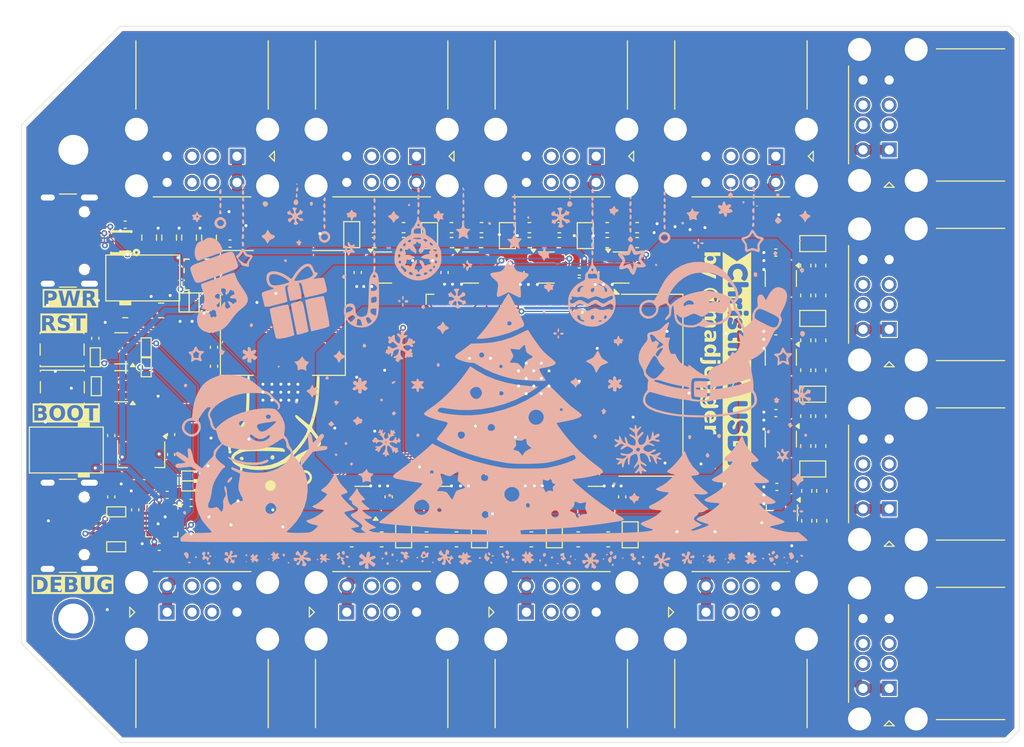
<source format=kicad_pcb>
(kicad_pcb (version 20241229) (generator "pcbnew") (generator_version "9.0")
  (layers (0 "F.Cu" signal) (2 "B.Cu" signal) (13 "F.Paste" user) (15 "B.Paste" user) (5 "F.SilkS" user "F.Silkscreen") (7 "B.SilkS" user "B.Silkscreen") (1 "F.Mask" user) (3 "B.Mask" user) (25 "Edge.Cuts" user))
  (net 0 "")
  (net 1 "Earth")
  (net 2 "3.3V")
  (net 3 "5V")
  (net 4 "VUSB")
  (net 5 "Net-(DD1-VSET)")
  (net 6 "Net-(DD3-SS)")
  (net 7 "Net-(DD3-SW)")
  (net 8 "Net-(DD3-BOOT)")
  (net 9 "!RST")
  (net 10 "Net-(U2-V3_{OUT})")
  (net 11 "Net-(D3-A)")
  (net 12 "Net-(D4-A)")
  (net 13 "Net-(D5-A)")
  (net 14 "Net-(D6-A)")
  (net 15 "Net-(D7-A)")
  (net 16 "Net-(D8-A)")
  (net 17 "Net-(D9-A)")
  (net 18 "Net-(D10-A)")
  (net 19 "Net-(D11-A)")
  (net 20 "Net-(D12-A)")
  (net 21 "Net-(D13-A)")
  (net 22 "Net-(D14-A)")
  (net 23 "EN1")
  (net 24 "EN2")
  (net 25 "EN3")
  (net 26 "EN4")
  (net 27 "EN5")
  (net 28 "EN6")
  (net 29 "EN7")
  (net 30 "EN8")
  (net 31 "EN9")
  (net 32 "EN10")
  (net 33 "EN11")
  (net 34 "EN12")
  (net 36 "GPIO 0")
  (net 41 "TX")
  (net 47 "RX")
  (net 56 "Net-(DD3-MODE)")
  (net 58 "Net-(DD3-FB)")
  (net 59 "USB-")
  (net 60 "USB+")
  (net 62 "Net-(J1-CC2)")
  (net 63 "Net-(J1-CC1)")
  (net 65 "Net-(DD1-D-)")
  (net 66 "Net-(DD1-D+)")
  (net 67 "Net-(DD1-CC2)")
  (net 68 "Net-(DD1-CC1)")
  (net 71 "Net-(Q1-B)")
  (net 72 "!RTS")
  (net 73 "Net-(Q2-B)")
  (net 74 "!DTR")
  (net 75 "Net-(R5-Pad2)")
  (net 76 "Net-(U2-TXD)")
  (net 77 "Net-(U2-RXD)")
  (footprint "Package_TO_SOT_SMD:SOT-23-5" (layer "F.Cu") (at 83 162.3 180)
    (property "Reference" "DA12" (hide yes))
    (property "Value" "AP2822GKBTR-G1")
  )
  (footprint "Package_TO_SOT_SMD:SOT-89-3" (layer "F.Cu") (at 60.8 157.5 -90)
    (property "Reference" "U1" (hide yes))
    (property "Value" "AMS1117-3.3")
  )
  (footprint "PCM_Diode_SMD_AKL:D_SMB" (layer "F.Cu") (at 60.955 139.845)
    (property "Reference" "D1" (hide yes))
    (property "Value" "SMBJ12A" (hide yes))
  )
  (footprint "PCM_Diode_SMD_AKL:D_SOD-523_TVS" (layer "F.Cu") (at 128.1 136.4)
    (property "Reference" "D7" (hide yes))
    (property "Value" "PESD5V0S1BB" (hide yes))
  )
  (footprint "PCM_Diode_SMD_AKL:D_SOD-523_TVS" (layer "F.Cu") (at 89.7 135.6 90)
    (property "Reference" "D4" (hide yes))
    (property "Value" "PESD5V0S1BB" (hide yes))
  )
  (footprint "Capacitor_SMD:C_0603_1608Metric" (layer "F.Cu") (at 102.7 134.8)
    (property "Reference" "C49" (hide yes))
    (property "Value" "47uF")
  )
  (footprint "PCM_Resistor_SMD_AKL:R_0402_1005Metric" (layer "F.Cu") (at 67.1 142.3 -90)
    (property "Reference" "R8" (hide yes))
    (property "Value" "76.8K" (hide yes))
  )
  (footprint "Connector_USB:USB_A_CUI_UJ2-ADH-TH_Horizontal_Stacked" (layer "F.Cu") (at 63.399999 173.357684 90)
    (property "Reference" "X12" (hide yes))
    (property "Value" "907-111A1012D10200")
  )
  (footprint "Connector_USB:USB_A_CUI_UJ2-ADH-TH_Horizontal_Stacked" (layer "F.Cu") (at 81.399999 173.357685 90)
    (property "Reference" "X11" (hide yes))
    (property "Value" "907-111A1012D10200")
  )
  (footprint "Capacitor_SMD:C_0603_1608Metric" (layer "F.Cu") (at 94.9 134.8)
    (property "Reference" "C36" (hide yes))
    (property "Value" "47uF")
  )
  (footprint "Capacitor_SMD:C_0805_2012Metric" (layer "F.Cu") (at 67.6 135.8 90)
    (property "Reference" "C8" (hide yes))
    (property "Value" "10uF")
  )
  (footprint "Capacitor_SMD:C_0603_1608Metric" (layer "F.Cu") (at 129 161.2 90)
    (property "Reference" "C66" (hide yes))
    (property "Value" "47uF")
  )
  (footprint "PCM_Diode_SMD_AKL:D_SOD-523_TVS" (layer "F.Cu") (at 102.2 165.6 -90)
    (property "Reference" "D12" (hide yes))
    (property "Value" "PESD5V0S1BB" (hide yes))
  )
  (footprint "PCM_Diode_SMD_AKL:D_SOD-523_TVS" (layer "F.Cu") (at 81.9 135.5 90)
    (property "Reference" "D3" (hide yes))
    (property "Value" "PESD5V0S1BB" (hide yes))
  )
  (footprint "" (layer "F.Cu") (at 54 127)
    (property "Reference" "" (hide yes))
    (property "Value" "")
  )
  (footprint "Capacitor_SMD:C_0402_1005Metric" (layer "F.Cu") (at 63.8 157.55 -90)
    (property "Reference" "C13" (hide yes))
    (property "Value" "10uF")
  )
  (footprint "Capacitor_SMD:C_0603_1608Metric" (layer "F.Cu") (at 89.4 166.3 180)
    (property "Reference" "C81" (hide yes))
    (property "Value" "47uF")
  )
  (footprint "PCM_Resistor_SMD_AKL:R_0402_1005Metric" (layer "F.Cu") (at 56.2 147.8 -90)
    (property "Reference" "R4" (hide yes))
    (property "Value" "12K" (hide yes))
  )
  (footprint "Capacitor_SMD:C_0603_1608Metric" (layer "F.Cu") (at 129 164.2 -90)
    (property "Reference" "C78" (hide yes))
    (property "Value" "47uF")
  )
  (footprint "Connector_USB:USB_A_CUI_UJ2-ADH-TH_Horizontal_Stacked" (layer "F.Cu") (at 124.400003 127.642316 -90)
    (property "Reference" "X4" (hide yes))
    (property "Value" "907-111A1012D10200")
  )
  (footprint "Capacitor_SMD:C_0402_1005Metric" (layer "F.Cu") (at 85.6 161.8 -90)
    (property "Reference" "C58" (hide yes))
    (property "Value" "10uF")
  )
  (footprint "Capacitor_SMD:C_0402_1005Metric" (layer "F.Cu") (at 63.8 155.55 90)
    (property "Reference" "C14" (hide yes))
    (property "Value" "10uF")
  )
  (footprint "Capacitor_SMD:C_0402_1005Metric" (layer "F.Cu") (at 57.8 155.65 -90)
    (property "Reference" "C6" (hide yes))
    (property "Value" "10uF")
  )
  (footprint "Capacitor_SMD:C_0402_1005Metric" (layer "F.Cu") (at 56.2 145.9 90)
    (property "Reference" "C18" (hide yes))
    (property "Value" "1uF")
  )
  (footprint "Capacitor_SMD:C_0402_1005Metric" (layer "F.Cu") (at 124.4 145.2)
    (property "Reference" "C28" (hide yes))
    (property "Value" "10uF")
  )
  (footprint "Capacitor_SMD:C_0603_1608Metric" (layer "F.Cu") (at 92.4 164.8)
    (property "Reference" "C75" (hide yes))
    (property "Value" "47uF")
  )
  (footprint "Capacitor_SMD:C_0402_1005Metric" (layer "F.Cu") (at 124.4 137.3)
    (property "Reference" "C27" (hide yes))
    (property "Value" "10uF")
  )
  (footprint "PCM_Diode_SMD_AKL:D_SOD-523_TVS" (layer "F.Cu") (at 105.3 135.6 90)
    (property "Reference" "D6" (hide yes))
    (property "Value" "PESD5V0S1BB" (hide yes))
  )
  (footprint "Capacitor_SMD:C_0402_1005Metric" (layer "F.Cu") (at 59.2 134.5 180)
    (property "Reference" "C9" (hide yes))
    (property "Value" "4.7nF")
  )
  (footprint "Package_TO_SOT_SMD:SOT-23-5" (layer "F.Cu") (at 108.9 138.8)
    (property "Reference" "DA4" (hide yes))
    (property "Value" "AP2822GKBTR-G1")
  )
  (footprint "Connector_USB:USB_C_Receptacle_GCT_USB4105-xx-A_16P_TopMnt_Horizontal" (layer "F.Cu") (at 52.5 164.7 -90)
    (property "Reference" "J1" (hide yes))
    (property "Value" "USB_C_Receptacle_USB2.0_16P")
  )
  (footprint "Capacitor_SMD:C_0603_1608Metric" (layer "F.Cu") (at 128.9 153.7 90)
    (property "Reference" "C77" (hide yes))
    (property "Value" "47uF")
  )
  (footprint "Capacitor_SMD:C_0402_1005Metric" (layer "F.Cu") (at 93.6 161.8 -90)
    (property "Reference" "C57" (hide yes))
    (property "Value" "10uF")
  )
  (footprint "HUSB237-AA001-DN06R:HUSB237-AA001-DN06R" (layer "F.Cu") (at 58.8 136.2795 180)
    (property "Reference" "DD1" (hide yes))
    (property "Value" "HUSB237-AA001-DN06R")
  )
  (footprint "Connector_USB:USB_A_CUI_UJ2-ADH-TH_Horizontal_Stacked" (layer "F.Cu") (at 117.399999 173.357684 90)
    (property "Reference" "X9" (hide yes))
    (property "Value" "907-111A1012D10200")
  )
  (footprint "Capacitor_SMD:C_0402_1005Metric" (layer "F.Cu") (at 82.5 139.3 90)
    (property "Reference" "C23" (hide yes))
    (property "Value" "10uF")
  )
  (footprint "Capacitor_SMD:C_0603_1608Metric" (layer "F.Cu") (at 107.6 166.3)
    (property "Reference" "C61" (hide yes))
    (property "Value" "47uF")
  )
  (footprint "Capacitor_SMD:C_0603_1608Metric" (layer "F.Cu") (at 87.1 136.3)
    (property "Reference" "C47" (hide yes))
    (property "Value" "47uF")
  )
  (footprint "Connector_USB:USB_A_CUI_UJ2-ADH-TH_Horizontal_Stacked" (layer "F.Cu") (at 70.400003 127.642316 -90)
    (property "Reference" "X1" (hide yes))
    (property "Value" "907-111A1012D10200")
  )
  (footprint "Capacitor_SMD:C_0603_1608Metric" (layer "F.Cu") (at 127.4 146.1 90)
    (property "Reference" "C52" (hide yes))
    (property "Value" "47uF")
  )
  (footprint "Capacitor_SMD:C_0603_1608Metric" (layer "F.Cu") (at 110.5 134.8)
    (property "Reference" "C32" (hide yes))
    (property "Value" "47uF")
  )
  (footprint "Capacitor_SMD:C_0603_1608Metric" (layer "F.Cu") (at 84.9 166.3)
    (property "Reference" "C64" (hide yes))
    (property "Value" "47uF")
  )
  (footprint "Package_TO_SOT_SMD:SOT-23-5" (layer "F.Cu") (at 124.9 139.9 -90)
    (property "Reference" "DA5" (hide yes))
    (property "Value" "AP2822GKBTR-G1")
  )
  (footprint "PCM_Resistor_SMD_AKL:R_0402_1005Metric" (layer "F.Cu") (at 58.3 163.3)
    (property "Reference" "R1" (hide yes))
    (property "Value" "5.1K" (hide yes))
  )
  (footprint "Capacitor_SMD:C_0603_1608Metric" (layer "F.Cu") (at 89.4 164.8 180)
    (property "Reference" "C69" (hide yes))
    (property "Value" "47uF")
  )
  (footprint "Capacitor_SMD:C_0402_1005Metric" (layer "F.Cu") (at 65.8 162.4)
    (property "Reference" "C21" (hide yes))
    (property "Value" "10uF")
  )
  (footprint "PCM_Diode_SMD_AKL:D_SOD-523_TVS" (layer "F.Cu") (at 128.1 159)
    (property "Reference" "D10" (hide yes))
    (property "Value" "PESD5V0S1BB" (hide yes))
  )
  (footprint "Capacitor_SMD:C_0603_1608Metric" (layer "F.Cu") (at 107.5 134.8 180)
    (property "Reference" "C38" (hide yes))
    (property "Value" "47uF")
  )
  (footprint "Package_TO_SOT_SMD:SOT-23-5" (layer "F.Cu") (at 124.9 147.8 -90)
    (property "Reference" "DA6" (hide yes))
    (property "Value" "AP2822GKBTR-G1")
  )
  (footprint "PCM_Resistor_SMD_AKL:R_0402_1005Metric" (layer "F.Cu") (at 65.8 159.7)
    (property "Reference" "R11" (hide yes))
    (property "Value" "470R" (hide yes))
  )
  (footprint "PCM_Diode_SMD_AKL:D_SOD-523_TVS" (layer "F.Cu") (at 87.1 165.6 -90)
    (property "Reference" "D14" (hide yes))
    (property "Value" "PESD5V0S1BB" (hide yes))
  )
  (footprint "PCM_Resistor_SMD_AKL:R_0402_1005Metric" (layer "F.Cu") (at 65.8 160.7)
    (property "Reference" "R10" (hide yes))
    (property "Value" "470R" (hide yes))
  )
  (footprint "Capacitor_SMD:C_0603_1608Metric" (layer "F.Cu") (at 99.7 136.3 180)
    (property "Reference" "C31" (hide yes))
    (property "Value" "47uF")
  )
  (footprint "Capacitor_SMD:C_0402_1005Metric" (layer "F.Cu") (at 101.1 161.8 -90)
    (property "Reference" "C56" (hide yes))
    (property "Value" "10uF")
  )
  (footprint "Capacitor_SMD:C_0402_1005Metric" (layer "F.Cu") (at 68.1 148.7 -90)
    (property "Reference" "C20" (hide yes))
    (property "Value" "15uF")
  )
  (footprint "Capacitor_SMD:C_0805_2012Metric" (layer "F.Cu") (at 65.6 135.8 90)
    (property "Reference" "C7" (hide yes))
    (property "Value" "10uF")
  )
  (footprint "LOGO" (layer "F.Cu") (at 74.876398 155.207695 180)
    (property "Reference" "G***" (hide yes))
    (property "Value" "LOGO" (hide yes))
  )
  (footprint "Capacitor_SMD:C_0805_2012Metric" (layer "F.Cu") (at 59.2 143.1 180)
    (property "Reference" "C12" (hide yes))
    (property "Value" "10uF")
  )
  (footprint "Capacitor_SMD:C_0603_1608Metric" (layer "F.Cu") (at 84.9 164.8)
    (property "Reference" "C76" (hide yes))
    (property "Value" "47uF")
  )
  (footprint "Capacitor_SMD:C_0603_1608Metric" (layer "F.Cu") (at 128.9 156.7 -90)
    (property "Reference" "C65" (hide yes))
    (property "Value" "47uF")
  )
  (footprint "Button_Switch_SMD:SW_SPST_PTS810" (layer "F.Cu") (at 52.9 150.8)
    (property "Reference" "SW2" (hide yes))
    (property "Value" "KMR221GLFS")
  )
  (footprint "Capacitor_SMD:C_0603_1608Metric" (layer "F.Cu") (at 102.7 136.3)
    (property "Reference" "C43" (hide yes))
    (property "Value" "47uF")
  )
  (footprint "Capacitor_SMD:C_0402_1005Metric" (layer "F.Cu") (at 109 161.8 -90)
    (property "Reference" "C55" (hide yes))
    (property "Value" "10uF")
  )
  (footprint "Capacitor_SMD:C_0402_1005Metric" (layer "F.Cu") (at 106.3 139.3 90)
    (property "Reference" "C26" (hide yes))
    (property "Value" "10uF")
  )
  (footprint "Package_DFN_QFN:WCH_QFN-16-1EP_3x3mm_P0.5mm_EP1.8x1.8mm" (layer "F.Cu") (at 62.869873 164.195095 -90)
    (property "Reference" "U2" (hide yes))
    (property "Value" "CH343P")
  )
  (footprint "Capacitor_SMD:C_0603_1608Metric" (layer "F.Cu") (at 127.4 149.1 -90)
    (property "Reference" "C40" (hide yes))
    (property "Value" "47uF")
  )
  (footprint "Capacitor_SMD:C_0603_1608Metric" (layer "F.Cu") (at 107.5 136.3 180)
    (property "Reference" "C44" (hide yes))
    (property "Value" "47uF")
  )
  (footprint "Package_TO_SOT_SMD:SOT-23-5" (layer "F.Cu") (at 101.4 138.8)
    (property "Reference" "DA3" (hide yes))
    (property "Value" "AP2822GKBTR-G1")
  )
  (footprint "Capacitor_SMD:C_0402_1005Metric" (layer "F.Cu") (at 124.5 160.8)
    (property "Reference" "C54" (hide yes))
    (property "Value" "10uF")
  )
  (footprint "Capacitor_SMD:C_0805_2012Metric" (layer "F.Cu") (at 63.6 135.8 90)
    (property "Reference" "C5" (hide yes))
    (property "Value" "10uF")
  )
  (footprint "Connector_USB:USB_A_CUI_UJ2-ADH-TH_Horizontal_Stacked" (layer "F.Cu") (at 135.757685 127.000002 180)
    (property "Reference" "X5" (hide yes))
    (property "Value" "907-111A1012D10200")
  )
  (footprint "Connector_USB:USB_A_CUI_UJ2-ADH-TH_Horizontal_Stacked" (layer "F.Cu") (at 106.400003 127.642316 -90)
    (property "Reference" "X3" (hide yes))
    (property "Value" "907-111A1012D10200")
  )
  (footprint "PCM_Diode_SMD_AKL:D_SOD-523_TVS" (layer "F.Cu") (at 128.1 143.9)
    (property "Reference" "D8" (hide yes))
    (property "Value" "PESD5V0S1BB" (hide yes))
  )
  (footprint "Package_TO_SOT_SMD:SOT-23-5" (layer "F.Cu") (at 85.1 138.8)
    (property "Reference" "DA1" (hide yes))
    (property "Value" "AP2822GKBTR-G1")
  )
  (footprint "PCM_Diode_SMD_AKL:D_SOD-523_TVS" (layer "F.Cu") (at 97.5 135.6 90)
    (property "Reference" "D5" (hide yes))
    (property "Value" "PESD5V0S1BB" (hide yes))
  )
  (footprint "RF_Module:ESP32-WROOM-32" (layer "F.Cu") (at 99.23 150.6 -90)
    (property "Reference" "DD2" (hide yes))
    (property "Value" "ESP32-WROOM-32")
  )
  (footprint "PCM_Diode_SMD_AKL:D_SOD-523_TVS" (layer "F.Cu") (at 109.8 165.6 -90)
    (property "Reference" "D11" (hide yes))
    (property "Value" "PESD5V0S1BB" (hide yes))
  )
  (footprint "Connector_USB:USB_C_Receptacle_GCT_USB4105-xx-A_16P_TopMnt_Horizontal" (layer "F.Cu") (at 52.51 136.1 -90)
    (property "Reference" "J2" (hide yes))
    (property "Value" "USB_C_Receptacle_USB2.0_16P")
  )
  (footprint "Capacitor_SMD:C_0603_1608Metric" (layer "F.Cu") (at 81.9 164.8 180)
    (property "Reference" "C70" (hide yes))
    (property "Value" "47uF")
  )
  (footprint "Capacitor_SMD:C_0603_1608Metric" (layer "F.Cu") (at 128.9 141.6 -90)
    (property "Reference" "C45" (hide yes))
    (property "Value" "47uF")
  )
  (footprint "Capacitor_SMD:C_0603_1608Metric" (layer "F.Cu") (at 127.5 164.2 -90)
    (property "Reference" "C72" (hide yes))
    (property "Value" "47uF")
  )
  (footprint "Package_TO_SOT_SMD:SOT-23-5" (layer "F.Cu") (at 98.5 162.3 180)
    (property "Reference" "DA10" (hide yes))
    (property "Value" "AP2822GKBTR-G1")
  )
  (footprint "PCM_Resistor_SMD_AKL:R_0402_1005Metric" (layer "F.Cu") (at 65.1 142.3 -90)
    (property "Reference" "R3" (hide yes))
    (property "Value" "52.3K" (hide yes))
  )
  (footprint "Capacitor_SMD:C_0603_1608Metric" (layer "F.Cu") (at 92.4 166.3)
    (property "Reference" "C63" (hide yes))
    (property "Value" "47uF")
  )
  (footprint "Package_TO_SOT_SMD:SOT-23" (layer "F.Cu") (at 58.8 150.7 180)
    (property "Reference" "Q2" (hide yes))
    (property "Value" "SS8050")
  )
  (footprint "kibuzzard-69519964" (layer "F.Cu") (at 120.5 150.6 -90)
    (property "Reference" "kibuzzard-69519964" (hide yes))
    (property "Value" "G***" (hide yes))
  )
  (footprint "Capacitor_SMD:C_0603_1608Metric" (layer "F.Cu") (at 127.4 153.7 90)
    (property "Reference" "C59" (hide yes))
    (property "Value" "47uF")
  )
  (footprint "Inductor_SMD:L_SXN_SMDRI127" (layer "F.Cu") (at 75 143.35 -90)
    (property "Reference" "L1" (hide yes))
    (property "Value" "SMDRI127-4R7NT")
  )
  (footprint "PCM_Resistor_SMD_AKL:R_0402_1005Metric" (layer "F.Cu") (at 61.3 146.8 90)
    (property "Reference" "R7" (hide yes))
    (property "Value" "12K" (hide yes))
  )
  (footprint "Capacitor_SMD:C_0603_1608Metric" (layer "F.Cu") (at 128.9 138.6 90)
    (property "Reference" "C33" (hide yes))
    (property "Value" "47uF")
  )
  (footprint "Capacitor_SMD:C_0603_1608Metric" (layer "F.Cu") (at 128.9 149.1 -90)
    (property "Reference" "C46" (hide yes))
    (property "Value" "47uF")
  )
  (footprint "Package_TO_SOT_SMD:SOT-23-5" (layer "F.Cu") (at 125 163.4 -90)
    (property "Reference" "DA8" (hide yes))
    (property "Value" "AP2822GKBTR-G1")
  )
  (footprint "Capacitor_SMD:C_0603_1608Metric" (layer "F.Cu") (at 127.4 141.6 -90)
    (property "Reference" "C51" (hide yes))
    (property "Value" "47uF")
  )
  (footprint "Capacitor_SMD:C_0603_1608Metric" (layer "F.Cu") (at 99.9 164.8)
    (property "Reference" "C74" (hide yes))
    (property "Value" "47uF")
  )
  (footprint "Capacitor_SMD:C_0603_1608Metric" (layer "F.Cu") (at 127.5 161.2 90)
    (property "Reference" "C60" (hide yes))
    (property "Value" "47uF")
  )
  (footprint "Capacitor_SMD:C_0603_1608Metric" (layer "F.Cu") (at 99.7 134.8 180)
    (property "Reference" "C37" (hide yes))
    (property "Value" "47uF")
  )
  (footprint "Capacitor_SMD:C_0805_2012Metric" (layer "F.Cu") (at 62.8 143.1)
    (property "Reference" "C10" (hide yes))
    (property "Value" "10uF")
  )
  (footprint "Capacitor_SMD:C_0402_1005Metric" (layer "F.Cu") (at 104.7 140.2 180)
    (property "Reference" "C2" (hide yes))
    (property "Value" "100nF")
  )
  (footprint "Capacitor_SMD:C_0402_1005Metric" (layer "F.Cu") (at 91.2 139.3 90)
    (property "Reference" "C24" (hide yes))
    (property "Value" "10uF")
  )
  (footprint "Capacitor_SMD:C_0603_1608Metric" (layer "F.Cu") (at 96.9 166.3 180)
    (property "Reference" "C68" (hide yes))
    (property "Value" "47uF")
  )
  (footprint "Capacitor_SMD:C_0603_1608Metric" (layer "F.Cu") (at 91.9 136.3 180)
    (property "Reference" "C48" (hide yes))
    (property "Value" "47uF")
  )
  (footprint "Capacitor_SMD:C_0402_1005Metric" (layer "F.Cu") (at 57.8 161.8 90)
    (property "Reference" "C3" (hide yes))
    (property "Value" "10uF")
  )
  (footprint "Capacitor_SMD:C_0603_1608Metric" (layer "F.Cu") (at 81.9 166.3 180)
    (property "Reference" "C82" (hide yes))
    (property "Value" "47uF")
  )
  (footprint "Capacitor_SMD:C_0603_1608Metric" (layer "F.Cu") (at 127.4 156.7 -90)
    (property "Reference" "C71" (hide yes))
    (property "Value" "47uF")
  )
  (footprint "Capacitor_SMD:C_0603_1608Metric" (layer "F.Cu") (at 94.9 136.3)
    (property "Reference" "C42" (hide yes))
    (property "Value" "47uF")
  )
  (footprint "Capacitor_SMD:C_0402_1005Metric" (layer "F.Cu") (at 98.8 139.3 90)
    (property "Reference" "C25" (hide yes))
    (property "Value" "10uF")
  )
  (footprint "PCM_Resistor_SMD_AKL:R_0402_1005Metric" (layer "F.Cu") (at 58.3 166.8)
    (property "Reference" "R2" (hide yes))
    (property "Value" "5.1K" (hide yes))
  )
  (footprint "TPS56A37RPAR:TPS56A37RPAR" (layer "F.Cu") (at 66.65 139.5525)
    (property "Reference" "DD3" (hide yes))
    (property "Value" "TPS56A37RPAR")
  )
  (footprint "Capacitor_SMD:C_0603_1608Metric" (layer "F.Cu") (at 99.9 166.3)
    (property "Reference" "C62" (hide yes))
    (property "Value" "47uF")
  )
  (footprint "Capacitor_SMD:C_0603_1608Metric" (layer "F.Cu") (at 127.4 138.6 90)
    (property "Reference" "C39" (hide yes))
    (property "Value" "47uF")
  )
  (footprint "Capacitor_SMD:C_0603_1608Metric" (layer "F.Cu") (at 110.5 136.3)
    (property "Reference" "C50" (hide yes))
    (property "Value" "47uF")
  )
  (footprint "" (layer "F.Cu") (at 54 174)
    (property "Reference" "" (hide yes))
    (property "Value" "")
  )
  (footprint "Capacitor_SMD:C_0402_1005Metric" (layer "F.Cu") (at 104.7 139.2 180)
    (property "Reference" "C1" (hide yes))
    (property "Value" "10uF")
  )
  (footprint "Capacitor_SMD:C_0402_1005Metric" (layer "F.Cu") (at 124.4 153.4)
    (property "Reference" "C53" (hide yes))
    (property "Value" "10uF")
  )
  (footprint "Capacitor_SMD:C_0603_1608Metric" (layer "F.Cu") (at 87.095 134.8)
    (property "Reference" "C29" (hide yes))
    (property "Value" "47uF")
  )
  (footprint "Package_TO_SOT_SMD:SOT-23-5" (layer "F.Cu") (at 93.8 138.8)
    (property "Reference" "DA2" (hide yes))
    (property "Value" "AP2822GKBTR-G1")
  )
  (footprint "Package_TO_SOT_SMD:SOT-23-5" (layer "F.Cu") (at 124.9 156 -90)
    (property "Reference" "DA7" (hide yes))
    (property "Value" "AP2822GKBTR-G1")
  )
  (footprint "Capacitor_SMD:C_0402_1005Metric" (layer "F.Cu") (at 63.4 161.6)
    (property "Reference" "C16" (hide yes))
    (property "Value" "100nF")
  )
  (footprint "Capacitor_SMD:C_0603_1608Metric" (layer "F.Cu") (at 104.6 164.8 180)
    (property "Reference" "C79" (hide yes))
    (property "Value" "47uF")
  )
  (footprint "Button_Switch_SMD:SW_SPST_PTS810" (layer "F.Cu") (at 52.875 147.025)
    (property "Reference" "SW1" (hide yes))
    (property "Value" "KMR221GLFS")
  )
  (footprint "Connector_USB:USB_A_CUI_UJ2-ADH-TH_Horizontal_Stacked" (layer "F.Cu") (at 135.757685 163.000002 180)
    (property "Reference" "X7" (hide yes))
    (property "Value" "907-111A1012D10200")
  )
  (footprint "Capacitor_SMD:C_0402_1005Metric" (layer "F.Cu") (at 69.7 136.4)
    (property "Reference" "C17" (hide yes))
    (property "Value" "100nF")
  )
  (footprint "PCM_Diode_SMD_AKL:D_SMB" (layer "F.Cu") (at 53.3 157.1 180)
    (property "Reference" "D2" (hide yes))
    (property "Value" "SMBJ12A" (hide yes))
  )
  (footprint "Connector_USB:USB_A_CUI_UJ2-ADH-TH_Horizontal_Stacked" (layer "F.Cu") (at 88.400003 127.642316 -90)
    (property "Reference" "X2" (hide yes))
    (property "Value" "907-111A1012D10200")
  )
  (footprint "PCM_Resistor_SMD_AKL:R_0402_1005Metric" (layer "F.Cu") (at 66.1 142.3 90)
    (property "Reference" "R9" (hide yes))
    (property "Value" "10K" (hide yes))
  )
  (footprint "Connector_USB:USB_A_CUI_UJ2-ADH-TH_Horizontal_Stacked" (layer "F.Cu") (at 135.757685 181.000002 180)
    (property "Reference" "X8" (hide yes))
    (property "Value" "907-111A1012D10200")
  )
  (footprint "Capacitor_SMD:C_0603_1608Metric" (layer "F.Cu") (at 91.9 134.8 180)
    (property "Reference" "C30" (hide yes))
    (property "Value" "47uF")
  )
  (footprint "Capacitor_SMD:C_0603_1608Metric" (layer "F.Cu") (at 128.9 146.1 90)
    (property "Reference" "C34" (hide yes))
    (property "Value" "47uF")
  )
  (footprint "Capacitor_SMD:C_0402_1005Metric" (layer "F.Cu") (at 68.1 142.3 90)
    (property "Reference" "C11" (hide yes))
    (property "Value" "22nF")
  )
  (footprint "Connector_USB:USB_A_CUI_UJ2-ADH-TH_Horizontal_Stacked" (layer "F.Cu") (at 135.757685 145.000002 180)
    (property "Reference" "X6" (hide yes))
    (property "Value" "907-111A1012D10200")
  )
  (footprint "PCM_Diode_SMD_AKL:D_SOD-523_TVS" (layer "F.Cu") (at 128.1 151.5)
    (property "Reference" "D9" (hide yes))
    (property "Value" "PESD5V0S1BB" (hide yes))
  )
  (footprint "Capacitor_SMD:C_0402_1005Metric" (layer "F.Cu") (at 62.6 166.8)
    (property "Reference" "C15" (hide yes))
    (property "Value" "10uF")
  )
  (footprint "Capacitor_SMD:C_0805_2012Metric" (layer "F.Cu") (at 61.6 135.8 90)
    (property "Reference" "C4" (hide yes))
    (property "Value" "10uF")
  )
  (footprint "Package_TO_SOT_SMD:SOT-23-5" (layer "F.Cu") (at 91 162.3 180)
    (property "Reference" "DA11" (hide yes))
    (property "Value" "AP2822GKBTR-G1")
  )
  (footprint "Package_TO_SOT_SMD:SOT-23" (layer "F.Cu") (at 58.8 146.9 180)
    (property "Reference" "Q1" (hide yes))
    (property "Value" "SS8050")
  )
  (footprint "PCM_Diode_SMD_AKL:D_SOD-523_TVS" (layer "F.Cu") (at 94.7 165.6 -90)
    (property "Reference" "D13" (hide yes))
    (property "Value" "PESD5V0S1BB" (hide yes))
  )
  (footprint "PCM_Resistor_SMD_AKL:R_0402_1005Metric" (layer "F.Cu") (at 56.3 150.7 -90)
    (property "Reference" "R5" (hide yes))
    (property "Value" "470R" (hide yes))
  )
  (footprint "Capacitor_SMD:C_0603_1608Metric" (layer "F.Cu") (at 104.6 166.3 180)
    (property "Reference" "C67" (hide yes))
    (property "Value" "47uF")
  )
  (footprint "Capacitor_SMD:C_0402_1005Metric" (layer "F.Cu") (at 68.1 146.8 90)
    (property "Reference" "C22" (hide yes))
    (property "Value" "15uF")
  )
  (footprint "Capacitor_SMD:C_0402_1005Metric" (layer "F.Cu") (at 60.2 163.1 90)
    (property "Reference" "C19" (hide yes))
    (property "Value" "1uF")
  )
  (footprint "Package_TO_SOT_SMD:SOT-23-5" (layer "F.Cu") (at 106.4 162.3 180)
    (property "Reference" "DA9" (hide yes))
    (property "Value" "AP2822GKBTR-G1")
  )
  (footprint "PCM_Resistor_SMD_AKL:R_0402_1005Metric" (layer "F.Cu") (at 61.3 148.8 -90)
    (property "Reference" "R6" (hide yes))
    (property "Value" "12K" (hide yes))
  )
  (footprint "Capacitor_SMD:C_0603_1608Metric" (layer "F.Cu") (at 84.1 136.3 180)
    (property "Reference" "C41" (hide yes))
    (property "Value" "47uF")
  )
  (footprint "Connector_USB:USB_A_CUI_UJ2-ADH-TH_Horizontal_Stacked" (layer "F.Cu") (at 99.399999 173.357684 90)
    (property "Reference" "X10" (hide yes))
    (property "Value" "907-111A1012D10200")
  )
  (footprint "Capacitor_SMD:C_0603_1608Metric" (layer "F.Cu") (at 84.1 134.8 180)
    (property "Reference" "C35" (hide yes))
    (property "Value" "47uF")
  )
  (footprint "Capacitor_SMD:C_0603_1608Metric" (layer "F.Cu") (at 96.9 164.8 180)
    (property "Reference" "C80" (hide yes))
    (property "Value" "47uF")
  )
  (footprint "Capacitor_SMD:C_0603_1608Metric" (layer "F.Cu") (at 107.6 164.8)
    (property "Reference" "C73" (hide yes))
    (property "Value" "47uF")
  )
  (footprint "LOGO" (layer "B.Cu") (at 96.7 149 180)
    (property "Reference" "G***" (hide yes))
    (property "Value" "LOGO" (hide yes))
  )
  (gr_line (start 48.8 176.5) (end 48.8 124.5) (stroke (width 0.05)) (layer "Edge.Cuts"))
  (gr_line (start 148.8 115.6) (end 148.8 185.2) (stroke (width 0.05)) (layer "Edge.Cuts"))
  (gr_line (start 58.7 114.6) (end 147.8 114.6) (stroke (width 0.05)) (layer "Edge.Cuts"))
  (gr_line (start 58.7 186.4) (end 48.8 176.5) (stroke (width 0.05)) (layer "Edge.Cuts"))
  (gr_line (start 147.8 114.6) (end 148.8 115.6) (stroke (width 0.05)) (layer "Edge.Cuts"))
  (gr_line (start 147.6 186.4) (end 58.7 186.4) (stroke (width 0.05)) (layer "Edge.Cuts"))
  (gr_line (start 148.8 185.2) (end 147.6 186.4) (stroke (width 0.05)) (layer "Edge.Cuts"))
  (gr_line (start 48.8 124.5) (end 58.7 114.6) (stroke (width 0.05)) (layer "Edge.Cuts"))
  (gr_text "PWR" (at 50.9 142.9 0) (layer "F.SilkS" knockout) (effects (font (size 1.5 1.5) (thickness 0.2) (bold yes)) (justify left bottom)))
  (gr_text "DEBUG" (at 49.8 171.6 0) (layer "F.SilkS" knockout) (effects (font (size 1.5 1.5) (thickness 0.2) (bold yes)) (justify left bottom)))
  (gr_text "by @madjogger" (at 117 137.1 270) (layer "F.SilkS") (effects (font (size 1.5 1.5) (thickness 0.2) (bold yes)) (justify left bottom)))
  (gr_text "RST" (at 50.675 145.385 0) (layer "F.SilkS" knockout) (effects (font (size 1.5 1.5) (thickness 0.2) (bold yes)) (justify left bottom)))
  (gr_text "BOOT" (at 49.9 154.4 0) (layer "F.SilkS" knockout) (effects (font (size 1.5 1.5) (thickness 0.2) (bold yes)) (justify left bottom)))
  (segment (start 61.6 134.85) (end 62.5 134.85) (width 1) (layer "F.Cu") (net 1))
  (segment (start 64.6 134.85) (end 66.7 134.85) (width 1) (layer "F.Cu") (net 1))
  (segment (start 58.72 134.5) (end 58.72 135.08) (width 0.127) (layer "F.Cu") (net 1))
  (segment (start 65.6 134.85) (end 64.6 134.85) (width 1) (layer "F.Cu") (net 1))
  (segment (start 62.5 134.85) (end 64.6 134.85) (width 1) (layer "F.Cu") (net 1))
  (segment (start 58.72 135.08) (end 58.7 135.1) (width 0.127) (layer "F.Cu") (net 1))
  (segment (start 66.7 134.85) (end 67.6 134.85) (width 1) (layer "F.Cu") (net 1))
  (via (at 64.6 134.85) (size 0.6) (drill 0.3) (layers "F.Cu" "B.Cu") (net 1))
  (via (at 62.5 164.5) (size 0.6) (drill 0.3) (layers "F.Cu" "B.Cu") (net 1))
  (via (at 94.3 154.7) (size 0.6) (drill 0.3) (layers "F.Cu" "B.Cu") (net 1))
  (via (at 90 138.1) (size 0.6) (drill 0.3) (layers "F.Cu" "B.Cu") (net 1))
  (via (at 75 164.8) (size 0.6) (drill 0.3) (layers "F.Cu" "B.Cu") (net 1))
  (via (at 67.8 155.9) (size 0.6) (drill 0.3) (layers "F.Cu" "B.Cu") (net 1))
  (via (at 113.3 158.4) (size 0.6) (drill 0.3) (layers "F.Cu" "B.Cu") (net 1))
  (via (at 118.5 152.7) (size 0.6) (drill 0.3) (layers "F.Cu" "B.Cu") (net 1))
  (via (at 63.2 163.8) (size 0.6) (drill 0.3) (layers "F.Cu" "B.Cu") (net 1))
  (via (at 52.6 171.1) (size 0.6) (drill 0.3) (layers "F.Cu" "B.Cu") (net 1))
  (via (at 69.6 133.2) (size 0.6) (drill 0.3) (layers "F.Cu" "B.Cu") (net 1))
  (via (at 67.6 163.8) (size 0.6) (drill 0.3) (layers "F.Cu" "B.Cu") (net 1))
  (via (at 51.5 164.2) (size 0.6) (drill 0.3) (layers "F.Cu" "B.Cu") (net 1))
  (via (at 95.8 147.9) (size 0.6) (drill 0.3) (layers "F.Cu" "B.Cu") (net 1))
  (via (at 63.7 141.6) (size 0.6) (drill 0.3) (layers "F.Cu" "B.Cu") (net 1))
  (via (at 78.7 135.4) (size 0.6) (drill 0.3) (layers "F.Cu" "B.Cu") (net 1))
  (via (at 72.4 142.3) (size 0.6) (drill 0.3) (layers "F.Cu" "B.Cu") (net 1))
  (via (at 119.4 145.4) (size 0.6) (drill 0.3) (layers "F.Cu" "B.Cu") (net 1))
  (via (at 58.7 135.1) (size 0.6) (drill 0.3) (layers "F.Cu" "B.Cu") (net 1))
  (via (at 93.7 147.9) (size 0.6) (drill 0.3) (layers "F.Cu" "B.Cu") (net 1))
  (via (at 52.2 149.2) (size 0.6) (drill 0.3) (layers "F.Cu" "B.Cu") (net 1))
  (via (at 69.7 157.3) (size 0.6) (drill 0.3) (layers "F.Cu" "B.Cu") (net 1))
  (via (at 117.3 134.8) (size 0.6) (drill 0.3) (layers "F.Cu" "B.Cu") (net 1))
  (via (at 82.4 149.8) (size 0.6) (drill 0.3) (layers "F.Cu" "B.Cu") (net 1))
  (via (at 71.6 156) (size 0.6) (drill 0.3) (layers "F.Cu" "B.Cu") (net 1))
  (via (at 67.5 158.7) (size 0.6) (drill 0.3) (layers "F.Cu" "B.Cu") (net 1))
  (via (at 112.2 135.3) (size 0.6) (drill 0.3) (layers "F.Cu" "B.Cu") (net 1))
  (via (at 51.2 154.3) (size 0.6) (drill 0.3) (layers "F.Cu" "B.Cu") (net 1))
  (via (at 116.9 158.5) (size 0.6) (drill 0.3) (layers "F.Cu" "B.Cu") (net 1))
  (via (at 114.3 134.7) (size 0.6) (drill 0.3) (layers "F.Cu" "B.Cu") (net 1))
  (via (at 54.8 141.9) (size 0.6) (drill 0.3) (layers "F.Cu" "B.Cu") (net 1))
  (via (at 80.2 154.9) (size 0.6) (drill 0.3) (layers "F.Cu" "B.Cu") (net 1))
  (via (at 53.8 144.5) (size 0.6) (drill 0.3) (layers "F.Cu" "B.Cu") (net 1))
  (via (at 106.1 135.6) (size 0.6) (drill 0.3) (layers "F.Cu" "B.Cu") (net 1))
  (via (at 106.5 146.9) (size 0.6) (drill 0.3) (layers "F.Cu" "B.Cu") (net 1))
  (via (at 124.7 133.5) (size 0.6) (drill 0.3) (layers "F.Cu" "B.Cu") (net 1))
  (via (at 84.2 155.2) (size 0.6) (drill 0.3) (layers "F.Cu" "B.Cu") (net 1))
  (via (at 60.9 166.5) (size 0.6) (drill 0.3) (layers "F.Cu" "B.Cu") (net 1))
  (via (at 113.5 145.2) (size 0.6) (drill 0.3) (layers "F.Cu" "B.Cu") (net 1))
  (via (at 118.3 165.3) (size 0.6) (drill 0.3) (layers "F.Cu" "B.Cu") (net 1))
  (via (at 56.5 142.1) (size 0.6) (drill 0.3) (layers "F.Cu" "B.Cu") (net 1))
  (via (at 66.7 134.85) (size 0.6) (drill 0.3) (layers "F.Cu" "B.Cu") (net 1))
  (via (at 115.7 151.4) (size 0.6) (drill 0.3) (layers "F.Cu" "B.Cu") (net 1))
  (via (at 112.5 134.4) (size 0.6) (drill 0.3) (layers "F.Cu" "B.Cu") (net 1))
  (via (at 59.8 161.2) (size 0.6) (drill 0.3) (layers "F.Cu" "B.Cu") (net 1))
  (via (at 85.2 149.1) (size 0.6) (drill 0.3) (layers "F.Cu" "B.Cu") (net 1))
  (via (at 58.8 160.5) (size 0.6) (drill 0.3) (layers "F.Cu" "B.Cu") (net 1))
  (via (at 115.8 135) (size 0.6) (drill 0.3) (layers "F.Cu" "B.Cu") (net 1))
  (via (at 74.3 141.4) (size 0.6) (drill 0.3) (layers "F.Cu" "B.Cu") (net 1))
  (via (at 61.8 141.7) (size 0.6) (drill 0.3) (layers "F.Cu" "B.Cu") (net 1))
  (via (at 51.4 142.6) (size 0.6) (drill 0.3) (layers "F.Cu" "B.Cu") (net 1))
  (via (at 62.5 151.7) (size 0.6) (drill 0.3) (layers "F.Cu" "B.Cu") (net 1))
  (via (at 62.5 134.85) (size 0.6) (drill 0.3) (layers "F.Cu" "B.Cu") (net 1))
  (via (at 57.2 144.3) (size 0.6) (drill 0.3) (layers "F.Cu" "B.Cu") (net 1))
  (via (at 104.7 150.2) (size 0.6) (drill 0.3) (layers "F.Cu" "B.Cu") (net 1))
  (via (at 96.7 135.5) (size 0.6) (drill 0.3) (layers "F.Cu" "B.Cu") (net 1))
  (via (at 110.1 153.8) (size 0.6) (drill 0.3) (layers "F.Cu" "B.Cu") (net 1))
  (via (at 74 163.1) (size 0.6) (drill 0.3) (layers "F.Cu" "B.Cu") (net 1))
  (via (at 64.7 144.2) (size 0.6) (drill 0.3) (layers "F.Cu" "B.Cu") (net 1))
  (via (at 98.3 155.8) (size 0.6) (drill 0.3) (layers "F.Cu" "B.Cu") (net 1))
  (via (at 71.3 134.6) (size 0.6) (drill 0.3) (layers "F.Cu" "B.Cu") (net 1))
  (via (at 88 138.1) (size 0.6) (drill 0.3) (layers "F.Cu" "B.Cu") (net 1))
  (via (at 70.5 162.2) (size 0.6) (drill 0.3) (layers "F.Cu" "B.Cu") (net 1))
  (via (at 114.5 165.3) (size 0.6) (drill 0.3) (layers "F.Cu" "B.Cu") (net 1))
  (via (at 126 166.7) (size 0.6) (drill 0.3) (layers "F.Cu" "B.Cu") (net 1))
  (via (at 57.4 173.1) (size 0.6) (drill 0.3) (layers "F.Cu" "B.Cu") (net 1))
  (via (at 65.9 144.2) (size 0.6) (drill 0.3) (layers "F.Cu" "B.Cu") (net 1))
  (via (at 121.7 167.5) (size 0.6) (drill 0.3) (layers "F.Cu" "B.Cu") (net 1))
  (via (at 104.2 135.6) (size 0.6) (drill 0.3) (layers "F.Cu" "B.Cu") (net 1))
  (via (at 98.5 135.6) (size 0.6) (drill 0.3) (layers "F.Cu" "B.Cu") (net 1))
  (via (at 53.8 150.9) (size 0.6) (drill 0.3) (layers "F.Cu" "B.Cu") (net 1))
  (via (at 69.8 164.6) (size 0.6) (drill 0.3) (layers "F.Cu" "B.Cu") (net 1))
  (segment (start 60.8 157.614208) (end 60.8 155.6375) (width 0.6) (layer "F.Cu") (net 2))
  (segment (start 63.927468 162.4) (end 64.6 162.4) (width 0.127) (layer "F.Cu") (net 2))
  (segment (start 105.18 137.92) (end 105.2 137.9) (width 0.6) (layer "F.Cu") (net 2))
  (segment (start 64.6 162.4) (end 65.32 162.4) (width 0.127) (layer "F.Cu") (net 2))
  (segment (start 60.614208 157.8) (end 60.8 157.614208) (width 0.6) (layer "F.Cu") (net 2))
  (segment (start 56.2 148.31) (end 57.01 148.31) (width 0.127) (layer "F.Cu") (net 2))
  (segment (start 63.619873 162.707595) (end 63.927468 162.4) (width 0.127) (layer "F.Cu") (net 2))
  (segment (start 57.01 148.31) (end 57.1 148.4) (width 0.127) (layer "F.Cu") (net 2))
  (segment (start 58.9 157.8) (end 60.614208 157.8) (width 0.6) (layer "F.Cu") (net 2))
  (segment (start 105.18 139.2) (end 105.18 137.92) (width 0.6) (layer "F.Cu") (net 2))
  (via (at 62.6 157.5) (size 0.6) (drill 0.3) (layers "F.Cu" "B.Cu") (net 2))
  (via (at 64.6 162.4) (size 0.6) (drill 0.3) (layers "F.Cu" "B.Cu") (net 2))
  (via (at 105.2 137.9) (size 0.6) (drill 0.3) (layers "F.Cu" "B.Cu") (net 2))
  (via (at 57.1 148.4) (size 0.6) (drill 0.3) (layers "F.Cu" "B.Cu") (net 2))
  (via (at 58.9 157.8) (size 0.6) (drill 0.3) (layers "F.Cu" "B.Cu") (net 2))
  (segment (start 63.2 143.1) (end 58.9 147.4) (width 0.6) (layer "B.Cu") (net 2))
  (segment (start 65.8 143.1) (end 63.2 143.1) (width 0.6) (layer "B.Cu") (net 2))
  (segment (start 58.9 148.2) (end 58.9 157.8) (width 0.6) (layer "B.Cu") (net 2))
  (segment (start 71.728 137.172) (end 65.8 143.1) (width 0.6) (layer "B.Cu") (net 2))
  (segment (start 64.6 162.4) (end 64.6 159.5) (width 0.127) (layer "B.Cu") (net 2))
  (segment (start 104.472 137.172) (end 71.728 137.172) (width 0.6) (layer "B.Cu") (net 2))
  (segment (start 57.1 148.4) (end 57.3 148.2) (width 0.127) (layer "B.Cu") (net 2))
  (segment (start 105.2 137.9) (end 104.472 137.172) (width 0.6) (layer "B.Cu") (net 2))
  (segment (start 64.6 159.5) (end 62.6 157.5) (width 0.127) (layer "B.Cu") (net 2))
  (segment (start 57.3 148.2) (end 58.9 148.2) (width 0.127) (layer "B.Cu") (net 2))
  (segment (start 58.9 147.4) (end 58.9 148.2) (width 0.6) (layer "B.Cu") (net 2))
  (segment (start 100.2625 139.75) (end 98.83 139.75) (width 1) (layer "F.Cu") (net 3))
  (segment (start 101.07 161.35) (end 101.1 161.32) (width 1) (layer "F.Cu") (net 3))
  (segment (start 62.12 166.300127) (end 62.119873 166.3) (width 0.127) (layer "F.Cu") (net 3))
  (segment (start 83.9 139.8125) (end 83.9625 139.75) (width 1) (layer "F.Cu") (net 3))
  (segment (start 92.6325 139.78) (end 92.6625 139.75) (width 1) (layer "F.Cu") (net 3))
  (segment (start 58.92 155.17) (end 57.8 155.17) (width 1) (layer "F.Cu") (net 3))
  (segment (start 123.92 137.3) (end 123.92 138.7325) (width 1) (layer "F.Cu") (net 3))
  (segment (start 123.92 145.2) (end 123.92 146.6325) (width 1) (layer "F.Cu") (net 3))
  (segment (start 62.119873 165.682595) (end 62.119873 166.3) (width 0.127) (layer "F.Cu") (net 3))
  (segment (start 123.892 145.2) (end 123.892 145.8) (width 1) (layer "F.Cu") (net 3))
  (segment (start 83 139.75) (end 82.53 139.75) (width 1) (layer "F.Cu") (net 3))
  (segment (start 123.92 146.6325) (end 123.95 146.6625) (width 1) (layer "F.Cu") (net 3))
  (segment (start 123.892 138.7325) (end 123.922 138.7625) (width 1) (layer "F.Cu") (net 3))
  (segment (start 62.92 161.6) (end 62.92 161.799873) (width 0.127) (layer "F.Cu") (net 3))
  (segment (start 91.2 139.78) (end 91.8 139.78) (width 1) (layer "F.Cu") (net 3))
  (segment (start 82.53 139.75) (end 82.5 139.78) (width 1) (layer "F.Cu") (net 3))
  (segment (start 123.892 153.9) (end 123.892 154.7325) (width 1) (layer "F.Cu") (net 3))
  (segment (start 124.05 162.2625) (end 124.05 160.83) (width 1) (layer "F.Cu") (net 3))
  (segment (start 123.892 146.6325) (end 123.922 146.6625) (width 1) (layer "F.Cu") (net 3))
  (segment (start 62.619873 162.707595) (end 62.619873 162.1) (width 0.127) (layer "F.Cu") (net 3))
  (segment (start 62.92 161.799873) (end 62.619873 162.1) (width 0.127) (layer "F.Cu") (net 3))
  (segment (start 59.3 155.55) (end 58.92 155.17) (width 1) (layer "F.Cu") (net 3))
  (segment (start 123.892 137.9) (end 123.892 138.7325) (width 1) (layer "F.Cu") (net 3))
  (segment (start 123.892 153.3) (end 123.892 153.9) (width 1) (layer "F.Cu") (net 3))
  (segment (start 100.2325 139.808) (end 100.2625 139.778) (width 1) (layer "F.Cu") (net 3))
  (segment (start 55.45 157.080004) (end 57.360004 155.17) (width 1) (layer "F.Cu") (net 3))
  (segment (start 123.892 160.8) (end 123.892 161.4) (width 1) (layer "F.Cu") (net 3))
  (segment (start 124.05 160.83) (end 124.02 160.8) (width 1) (layer "F.Cu") (net 3))
  (segment (start 106.3 139.808) (end 106.9 139.808) (width 1) (layer "F.Cu") (net 3))
  (segment (start 62.619873 162.1) (end 62.619873 161.900127) (width 0.127) (layer "F.Cu") (net 3))
  (segment (start 123.892 145.8) (end 123.892 146.6325) (width 1) (layer "F.Cu") (net 3))
  (segment (start 62.12 166.8) (end 62.12 166.300127) (width 0.127) (layer "F.Cu") (net 3))
  (segment (start 67.1 142.81) (end 67.1 143.4) (width 0.127) (layer "F.Cu") (net 3))
  (segment (start 99.4 139.808) (end 100.2325 139.808) (width 1) (layer "F.Cu") (net 3))
  (segment (start 123.892 137.3) (end 123.892 137.9) (width 1) (layer "F.Cu") (net 3))
  (segment (start 92.1375 161.35) (end 93.57 161.35) (width 1) (layer "F.Cu") (net 3))
  (segment (start 62.619873 161.900127) (end 62.92 161.6) (width 0.127) (layer "F.Cu") (net 3))
  (segment (start 93.57 161.35) (end 93.6 161.32) (width 1) (layer "F.Cu") (net 3))
  (segment (start 83.1 139.85) (end 83 139.75) (width 1) (layer "F.Cu") (net 3))
  (segment (start 98.83 139.75) (end 98.8 139.78) (width 1) (layer "F.Cu") (net 3))
  (segment (start 62.119873 166.3) (end 62.119873 166.799873) (width 0.127) (layer "F.Cu") (net 3))
  (segment (start 123.92 138.7325) (end 123.95 138.7625) (width 1) (layer "F.Cu") (net 3))
  (segment (start 123.95 153.43) (end 123.92 153.4) (width 1) (layer "F.Cu") (net 3))
  (segment (start 106.9 139.808) (end 107.7325 139.808) (width 1) (layer "F.Cu") (net 3))
  (segment (start 107.7625 139.75) (end 106.33 139.75) (width 1) (layer "F.Cu") (net 3))
  (segment (start 83.9 140.7) (end 83.9 139.8125) (width 1) (layer "F.Cu") (net 3))
  (segment (start 82.4 139.88) (end 82.5 139.78) (width 1) (layer "F.Cu") (net 3))
  (segment (start 123.892 161.4) (end 123.892 162.2325) (width 1) (layer "F.Cu") (net 3))
  (segment (start 82.4 140.7) (end 82.4 139.88) (width 1) (layer "F.Cu") (net 3))
  (segment (start 123.892 162.2325) (end 123.922 162.2625) (width 1) (layer "F.Cu") (net 3))
  (segment (start 62.119873 166.799873) (end 62.12 166.8) (width 0.127) (layer "F.Cu") (net 3))
  (segment (start 106.33 139.75) (end 106.3 139.78) (width 1) (layer "F.Cu") (net 3))
  (segment (start 83.9625 139.75) (end 83 139.75) (width 1) (layer "F.Cu") (net 3))
  (segment (start 98.8 139.808) (end 99.4 139.808) (width 1) (layer "F.Cu") (net 3))
  (segment (start 91.8 139.78) (end 92.6325 139.78) (width 1) (layer "F.Cu") (net 3))
  (segment (start 57.360004 155.17) (end 57.8 155.17) (width 1) (layer "F.Cu") (net 3))
  (segment (start 83.1 140.7) (end 83.1 139.85) (width 1) (layer "F.Cu") (net 3))
  (segment (start 107.7325 139.808) (end 107.7625 139.778) (width 1) (layer "F.Cu") (net 3))
  (segment (start 55.45 157.1) (end 55.45 157.080004) (width 1) (layer "F.Cu") (net 3))
  (segment (start 123.95 154.8625) (end 123.95 153.43) (width 1) (layer "F.Cu") (net 3))
  (segment (start 123.892 154.7325) (end 123.922 154.7625) (width 1) (layer "F.Cu") (net 3))
  (via (at 123.2 145.2) (size 0.6) (drill 0.3) (layers "F.Cu" "B.Cu") (net 3))
  (via (at 75.6 150.5) (size 0.6) (drill 0.3) (layers "F.Cu" "B.Cu") (net 3))
  (via (at 107.1 140.5) (size 0.6) (drill 0.3) (layers "F.Cu" "B.Cu") (net 3))
  (via (at 123.2 138.1) (size 0.6) (drill 0.3) (layers "F.Cu" "B.Cu") (net 3))
  (via (at 83.9 140.7) (size 0.6) (drill 0.3) (layers "F.Cu" "B.Cu") (net 3))
  (via (at 85.5 160.7) (size 0.6) (drill 0.3) (layers "F.Cu" "B.Cu") (net 3))
  (via (at 62.119873 166.3) (size 0.6) (drill 0.3) (layers "F.Cu" "B.Cu") (net 3))
  (via (at 74.8 150.5) (size 0.6) (drill 0.3) (layers "F.Cu" "B.Cu") (net 3))
  (via (at 123.2 155) (size 0.6) (drill 0.3) (layers "F.Cu" "B.Cu") (net 3))
  (via (at 123.2 137.3) (size 0.6) (drill 0.3) (layers "F.Cu" "B.Cu") (net 3))
  (via (at 92.9 140.472) (size 0.6) (drill 0.3) (layers "F.Cu" "B.Cu") (net 3))
  (via (at 75.6 152.1) (size 0.6) (drill 0.3) (layers "F.Cu" "B.Cu") (net 3))
  (via (at 101 160.7) (size 0.6) (drill 0.3) (layers "F.Cu" "B.Cu") (net 3))
  (via (at 123.2 146) (size 0.6) (drill 0.3) (layers "F.Cu" "B.Cu") (net 3))
  (via (at 74.8 151.3) (size 0.6) (drill 0.3) (layers "F.Cu" "B.Cu") (net 3))
  (via (at 73.9 150.5) (size 0.6) (drill 0.3) (layers "F.Cu" "B.Cu") (net 3))
  (via (at 62.619873 162.1) (size 0.6) (drill 0.3) (layers "F.Cu" "B.Cu") (net 3))
  (via (at 123.2 161.6) (size 0.6) (drill 0.3) (layers "F.Cu" "B.Cu") (net 3))
  (via (at 107.2 160.7) (size 0.6) (drill 0.3) (layers "F.Cu" "B.Cu") (net 3))
  (via (at 99.6 140.5) (size 0.6) (drill 0.3) (layers "F.Cu" "B.Cu") (net 3))
  (via (at 82.4 140.7) (size 0.6) (drill 0.3) (layers "F.Cu" "B.Cu") (net 3))
  (via (at 108.1 160.7) (size 0.6) (drill 0.3) (layers "F.Cu" "B.Cu") (net 3))
  (via (at 100.2 160.7) (size 0.6) (drill 0.3) (layers "F.Cu" "B.Cu") (net 3))
  (via (at 76.4 152.1) (size 0.6) (drill 0.3) (layers "F.Cu" "B.Cu") (net 3))
  (via (at 106.3 140.5) (size 0.6) (drill 0.3) (layers "F.Cu" "B.Cu") (net 3))
  (via (at 83.8 160.7) (size 0.6) (drill 0.3) (layers "F.Cu" "B.Cu") (net 3))
  (via (at 74.8 152.1) (size 0.6) (drill 0.3) (layers "F.Cu" "B.Cu") (net 3))
  (via (at 123.2 139) (size 0.6) (drill 0.3) (layers "F.Cu" "B.Cu") (net 3))
  (via (at 73 150.5) (size 0.6) (drill 0.3) (layers "F.Cu" "B.Cu") (net 3))
  (via (at 56.2 158.9) (size 0.6) (drill 0.3) (layers "F.Cu" "B.Cu") (net 3))
  (via (at 73 151.3) (size 0.6) (drill 0.3) (layers "F.Cu" "B.Cu") (net 3))
  (via (at 76.5 150.5) (size 0.6) (drill 0.3) (layers "F.Cu" "B.Cu") (net 3))
  (via (at 98.8 140.5) (size 0.6) (drill 0.3) (layers "F.Cu" "B.Cu") (net 3))
  (via (at 123.2 160.8) (size 0.6) (drill 0.3) (layers "F.Cu" "B.Cu") (net 3))
  (via (at 75.6 151.3) (size 0.6) (drill 0.3) (layers "F.Cu" "B.Cu") (net 3))
  (via (at 91.9 160.7) (size 0.6) (drill 0.3) (layers "F.Cu" "B.Cu") (net 3))
  (via (at 84.7 160.7) (size 0.6) (drill 0.3) (layers "F.Cu" "B.Cu") (net 3))
  (via (at 73.9 152.1) (size 0.6) (drill 0.3) (layers "F.Cu" "B.Cu") (net 3))
  (via (at 93.6 160.7) (size 0.6) (drill 0.3) (layers "F.Cu" "B.Cu") (net 3))
  (via (at 99.3 160.7) (size 0.6) (drill 0.3) (layers "F.Cu" "B.Cu") (net 3))
  (via (at 76.5 151.3) (size 0.6) (drill 0.3) (layers "F.Cu" "B.Cu") (net 3))
  (via (at 67.1 143.4) (size 0.6) (drill 0.3) (layers "F.Cu" "B.Cu") (net 3))
  (via (at 108.9 160.7) (size 0.6) (drill 0.3) (layers "F.Cu" "B.Cu") (net 3))
  (via (at 91.2 140.472) (size 0.6) (drill 0.3) (layers "F.Cu" "B.Cu") (net 3))
  (via (at 92 140.472) (size 0.6) (drill 0.3) (layers "F.Cu" "B.Cu") (net 3))
  (via (at 73 152.1) (size 0.6) (drill 0.3) (layers "F.Cu" "B.Cu") (net 3))
  (via (at 123.2 162.5) (size 0.6) (drill 0.3) (layers "F.Cu" "B.Cu") (net 3))
  (via (at 123.2 153.3) (size 0.6) (drill 0.3) (layers "F.Cu" "B.Cu") (net 3))
  (via (at 123.2 146.9) (size 0.6) (drill 0.3) (layers "F.Cu" "B.Cu") (net 3))
  (via (at 73.9 151.3) (size 0.6) (drill 0.3) (layers "F.Cu" "B.Cu") (net 3))
  (via (at 123.2 154.1) (size 0.6) (drill 0.3) (layers "F.Cu" "B.Cu") (net 3))
  (via (at 108 140.5) (size 0.6) (drill 0.3) (layers "F.Cu" "B.Cu") (net 3))
  (via (at 83.1 140.7) (size 0.6) (drill 0.3) (layers "F.Cu" "B.Cu") (net 3))
  (via (at 100.5 140.5) (size 0.6) (drill 0.3) (layers "F.Cu" "B.Cu") (net 3))
  (via (at 92.8 160.7) (size 0.6) (drill 0.3) (layers "F.Cu" "B.Cu") (net 3))
  (segment (start 67.1 143.4) (end 67.1 144.6) (width 0.127) (layer "B.Cu") (net 3))
  (segment (start 62 162.1) (end 62.619873 162.1) (width 0.127) (layer "B.Cu") (net 3))
  (segment (start 62.119873 166.3) (end 62.119873 166.219873) (width 0.127) (layer "B.Cu") (net 3))
  (segment (start 61.3 165.4) (end 61.3 162.8) (width 0.127) (layer "B.Cu") (net 3))
  (segment (start 61.3 162.8) (end 62 162.1) (width 0.127) (layer "B.Cu") (net 3))
  (segment (start 62.619873 162.1) (end 59.419873 158.9) (width 0.6) (layer "B.Cu") (net 3))
  (segment (start 62.119873 166.219873) (end 61.3 165.4) (width 0.127) (layer "B.Cu") (net 3))
  (segment (start 67.1 144.6) (end 73 150.5) (width 0.127) (layer "B.Cu") (net 3))
  (segment (start 59.419873 158.9) (end 56.2 158.9) (width 0.6) (layer "B.Cu") (net 3))
  (segment (start 64.7585 140.0835) (end 64.6 140.242) (width 0.127) (layer "F.Cu") (net 4))
  (segment (start 65.7415 140.0835) (end 64.7585 140.0835) (width 0.127) (layer "F.Cu") (net 4))
  (segment (start 61.6 136.75) (end 64.5 136.75) (width 1) (layer "F.Cu") (net 4))
  (segment (start 61.1295 136.2795) (end 61.6 136.75) (width 0.127) (layer "F.Cu") (net 4))
  (segment (start 65.9 140.87) (end 65.9 140.242) (width 0.127) (layer "F.Cu") (net 4))
  (segment (start 60.15 141.19) (end 60.15 143.1) (width 1) (layer "F.Cu") (net 4))
  (segment (start 58.805 139.845) (end 60.15 141.19) (width 1) (layer "F.Cu") (net 4))
  (segment (start 64.6 140.242) (end 64.6 140.5) (width 0.127) (layer "F.Cu") (net 4))
  (segment (start 60.15 143.1) (end 61.85 143.1) (width 1) (layer "F.Cu") (net 4))
  (segment (start 64.6 140.828496) (end 64.74645 140.974946) (width 0.127) (layer "F.Cu") (net 4))
  (segment (start 64.5 137.8) (end 64.5 136.75) (width 0.127) (layer "F.Cu") (net 4))
  (segment (start 59.8 136.2795) (end 61.1295 136.2795) (width 0.127) (layer "F.Cu") (net 4))
  (segment (start 65.9 140.242) (end 65.7415 140.0835) (width 0.127) (layer "F.Cu") (net 4))
  (segment (start 64.6 140.5) (end 64.6 140.828496) (width 0.127) (layer "F.Cu") (net 4))
  (segment (start 64.5 136.75) (end 67.6 136.75) (width 1) (layer "F.Cu") (net 4))
  (via (at 64.74645 140.974946) (size 0.6) (drill 0.3) (layers "F.Cu" "B.Cu") (net 4))
  (via (at 64.5 137.8) (size 0.6) (drill 0.3) (layers "F.Cu" "B.Cu") (net 4))
  (segment (start 64.74645 140.974946) (end 64.74645 138.04645) (width 0.127) (layer "B.Cu") (net 4))
  (segment (start 64.74645 138.04645) (end 64.5 137.8) (width 0.127) (layer "B.Cu") (net 4))
  (segment (start 59.8 134.62) (end 59.68 134.5) (width 0.127) (layer "F.Cu") (net 5))
  (segment (start 59.8 135.6295) (end 59.8 134.62) (width 0.127) (layer "F.Cu") (net 5))
  (segment (start 68.05 141.77) (end 68.1 141.82) (width 0.127) (layer "F.Cu") (net 6))
  (segment (start 68.05 140.4) (end 68.05 141.77) (width 0.127) (layer "F.Cu") (net 6))
  (segment (start 69.22 137.377) (end 68.05 138.547) (width 0.6) (layer "F.Cu") (net 8))
  (segment (start 69.22 136.4) (end 69.22 137.377) (width 0.6) (layer "F.Cu") (net 8))
  (segment (start 87.4 143.8) (end 103.29 143.8) (width 0.127) (layer "F.Cu") (net 9))
  (segment (start 58.6 144.9) (end 86.3 144.9) (width 0.127) (layer "F.Cu") (net 9))
  (segment (start 50.8 148.1) (end 54.95 148.1) (width 0.127) (layer "F.Cu") (net 9))
  (segment (start 56.2 146.9) (end 56.2 147.29) (width 0.127) (layer "F.Cu") (net 9))
  (segment (start 57.8625 146.9) (end 56.2 146.9) (width 0.127) (layer "F.Cu") (net 9))
  (segment (start 104.94 142.15) (end 104.94 141.85) (width 0.127) (layer "F.Cu") (net 9))
  (segment (start 86.3 144.9) (end 87.4 143.8) (width 0.127) (layer "F.Cu") (net 9))
  (segment (start 57.8625 145.6375) (end 58.6 144.9) (width 0.127) (layer "F.Cu") (net 9))
  (segment (start 103.29 143.8) (end 104.94 142.15) (width 0.127) (layer "F.Cu") (net 9))
  (segment (start 56.2 146.38) (end 56.2 146.9) (width 0.127) (layer "F.Cu") (net 9))
  (segment (start 55.76 147.29) (end 56.2 147.29) (width 0.127) (layer "F.Cu") (net 9))
  (segment (start 57.8625 146.9) (end 57.8625 145.6375) (width 0.127) (layer "F.Cu") (net 9))
  (segment (start 54.95 148.1) (end 55.76 147.29) (width 0.127) (layer "F.Cu") (net 9))
  (segment (start 60.565095 163.945095) (end 60.2 163.58) (width 0.127) (layer "F.Cu") (net 10))
  (segment (start 61.382373 163.945095) (end 60.565095 163.945095) (width 0.127) (layer "F.Cu") (net 10))
  (segment (start 84.875 136.3) (end 84.875 137.674) (width 1) (layer "F.Cu") (net 11))
  (segment (start 86.1865 137.799) (end 85 137.799) (width 1) (layer "F.Cu") (net 11))
  (segment (start 85 137.799) (end 83.9625 137.799) (width 1) (layer "F.Cu") (net 11))
  (segment (start 86.32 136.295) (end 86.315 136.3) (width 1) (layer "F.Cu") (net 11))
  (segment (start 86.315 136.3) (end 84.875 136.3) (width 1) (layer "F.Cu") (net 11))
  (segment (start 86.2375 137.85) (end 86.1865 137.799) (width 1) (layer "F.Cu") (net 11))
  (segment (start 84.174 133.624) (end 84.875 134.325) (width 1) (layer "F.Cu") (net 11))
  (segment (start 86.32 134.8) (end 86.32 136.295) (width 1) (layer "F.Cu") (net 11))
  (segment (start 70.400003 130.262316) (end 70.400003 131.322976) (width 1) (layer "F.Cu") (net 11))
  (segment (start 82.1 133.624) (end 84.174 133.624) (width 1) (layer "F.Cu") (net 11))
  (segment (start 86.32 136.295) (end 86.325 136.3) (width 1) (layer "F.Cu") (net 11))
  (segment (start 84.875 134.325) (end 84.875 134.8) (width 1) (layer "F.Cu") (net 11))
  (segment (start 81.9 133.824) (end 82.1 133.624) (width 1) (layer "F.Cu") (net 11))
  (segment (start 84.875 134.325) (end 84.875 136.3) (width 1) (layer "F.Cu") (net 11))
  (segment (start 81.9 134.8) (end 81.9 133.824) (width 1) (layer "F.Cu") (net 11))
  (segment (start 86.325 136.3) (end 86.325 137.7625) (width 1) (layer "F.Cu") (net 11))
  (segment (start 84.875 137.674) (end 85 137.799) (width 1) (layer "F.Cu") (net 11))
  (segment (start 70.400003 127.642316) (end 70.400003 130.262316) (width 1) (layer "F.Cu") (net 11))
  (segment (start 72.701027 133.624) (end 82.1 133.624) (width 1) (layer "F.Cu") (net 11))
  (segment (start 86.325 137.7625) (end 86.2375 137.85) (width 1) (layer "F.Cu") (net 11))
  (segment (start 86.32 134.8) (end 84.875 134.8) (width 1) (layer "F.Cu") (net 11))
  (segment (start 70.400003 131.322976) (end 72.701027 133.624) (width 1) (layer "F.Cu") (net 11))
  (segment (start 88.400003 131.322976) (end 90.377027 133.3) (width 1) (layer "F.Cu") (net 12))
  (segment (start 94.8865 137.799) (end 92.6625 137.799) (width 1) (layer "F.Cu") (net 12))
  (segment (start 94.125 134.8) (end 94.125 137.0375) (width 1) (layer "F.Cu") (net 12))
  (segment (start 92.675 137.7865) (end 92.6625 137.799) (width 1) (layer "F.Cu") (net 12))
  (segment (start 89.7 134.9) (end 89.7 133.977027) (width 1) (layer "F.Cu") (net 12))
  (segment (start 92.675 134.8) (end 92.675 136.3) (width 1) (layer "F.Cu") (net 12))
  (segment (start 94.9375 137.85) (end 94.8865 137.799) (width 1) (layer "F.Cu") (net 12))
  (segment (start 92.675 134.325) (end 92.675 134.8) (width 1) (layer "F.Cu") (net 12))
  (segment (start 94.125 136.3) (end 92.675 136.3) (width 1) (layer "F.Cu") (net 12))
  (segment (start 90.377027 133.3) (end 91.65 133.3) (width 1) (layer "F.Cu") (net 12))
  (segment (start 94.125 137.0375) (end 94.9375 137.85) (width 1) (layer "F.Cu") (net 12))
  (segment (start 88.400003 130.262316) (end 88.400003 131.322976) (width 1) (layer "F.Cu") (net 12))
  (segment (start 92.675 136.3) (end 92.675 137.7865) (width 1) (layer "F.Cu") (net 12))
  (segment (start 88.400003 127.642316) (end 88.400003 130.262316) (width 1) (layer "F.Cu") (net 12))
  (segment (start 91.65 133.3) (end 92.675 134.325) (width 1) (layer "F.Cu") (net 12))
  (segment (start 94.125 134.8) (end 92.675 134.8) (width 1) (layer "F.Cu") (net 12))
  (segment (start 89.7 133.977027) (end 90.377027 133.3) (width 1) (layer "F.Cu") (net 12))
  (segment (start 99.774 133.624) (end 100.475 134.325) (width 1) (layer "F.Cu") (net 13))
  (segment (start 101.925 134.559204) (end 101.925 134.8) (width 1) (layer "F.Cu") (net 13))
  (segment (start 106.400003 127.642316) (end 106.400003 130.262316) (width 1) (layer "F.Cu") (net 13))
  (segment (start 100.475 137.6375) (end 100.475 136.3) (width 1) (layer "F.Cu") (net 13))
  (segment (start 100.475 134.8) (end 100.475 136.3) (width 1) (layer "F.Cu") (net 13))
  (segment (start 97.5 134.434204) (end 98.310204 133.624) (width 1) (layer "F.Cu") (net 13))
  (segment (start 101.925 134.8) (end 101.925 136.3) (width 1) (layer "F.Cu") (net 13))
  (segment (start 102.4865 137.799) (end 100.3135 137.799) (width 1) (layer "F.Cu") (net 13))
  (segment (start 101.925 137.2375) (end 102.5375 137.85) (width 1) (layer "F.Cu") (net 13))
  (segment (start 106.400003 130.262316) (end 106.221888 130.262316) (width 1) (layer "F.Cu") (net 13))
  (segment (start 100.475 134.8) (end 101.925 134.8) (width 1) (layer "F.Cu") (net 13))
  (segment (start 106.221888 130.262316) (end 101.925 134.559204) (width 1) (layer "F.Cu") (net 13))
  (segment (start 97.5 134.9) (end 97.5 134.434204) (width 1) (layer "F.Cu") (net 13))
  (segment (start 100.475 134.325) (end 100.475 134.8) (width 1) (layer "F.Cu") (net 13))
  (segment (start 101.925 136.3) (end 101.925 137.2375) (width 1) (layer "F.Cu") (net 13))
  (segment (start 102.5375 137.85) (end 102.4865 137.799) (width 1) (layer "F.Cu") (net 13))
  (segment (start 100.3135 137.799) (end 100.475 137.6375) (width 1) (layer "F.Cu") (net 13))
  (segment (start 101.925 136.3) (end 100.475 136.3) (width 1) (layer "F.Cu") (net 13))
  (segment (start 98.310204 133.624) (end 99.774 133.624) (width 1) (layer "F.Cu") (net 13))
  (segment (start 124.400003 127.642316) (end 124.400003 130.262316) (width 1) (layer "F.Cu") (net 14))
  (segment (start 124.400003 130.262316) (end 121.462319 133.2) (width 1) (layer "F.Cu") (net 14))
  (segment (start 108.275 137.724) (end 108.2 137.799) (width 1) (layer "F.Cu") (net 14))
  (segment (start 105.3 134.9) (end 105.3 134.434204) (width 1) (layer "F.Cu") (net 14))
  (segment (start 108.275 134.8) (end 108.275 137.724) (width 1) (layer "F.Cu") (net 14))
  (segment (start 109.725 137.5375) (end 110.0375 137.85) (width 1) (layer "F.Cu") (net 14))
  (segment (start 109.9865 137.799) (end 108.2 137.799) (width 1) (layer "F.Cu") (net 14))
  (segment (start 121.462319 133.2) (end 110.85 133.2) (width 1) (layer "F.Cu") (net 14))
  (segment (start 110.85 133.2) (end 109.725 134.325) (width 1) (layer "F.Cu") (net 14))
  (segment (start 110.0375 137.85) (end 109.9865 137.799) (width 1) (layer "F.Cu") (net 14))
  (segment (start 109.725 134.8) (end 109.725 136.3) (width 1) (layer "F.Cu") (net 14))
  (segment (start 109.725 136.3) (end 109.725 137.5375) (width 1) (layer "F.Cu") (net 14))
  (segment (start 109.725 136.3) (end 108.275 136.3) (width 1) (layer "F.Cu") (net 14))
  (segment (start 107.574 133.624) (end 108.275 134.325) (width 1) (layer "F.Cu") (net 14))
  (segment (start 106.110204 133.624) (end 107.574 133.624) (width 1) (layer "F.Cu") (net 14))
  (segment (start 105.3 134.434204) (end 106.110204 133.624) (width 1) (layer "F.Cu") (net 14))
  (segment (start 109.725 134.325) (end 109.725 134.8) (width 1) (layer "F.Cu") (net 14))
  (segment (start 108.275 134.325) (end 108.275 134.8) (width 1) (layer "F.Cu") (net 14))
  (segment (start 108.2 137.799) (end 107.7625 137.799) (width 1) (layer "F.Cu") (net 14))
  (segment (start 108.275 134.8) (end 109.725 134.8) (width 1) (layer "F.Cu") (net 14))
  (segment (start 126.0625 140.825) (end 125.85 141.0375) (width 1) (layer "F.Cu") (net 15))
  (segment (start 128.9 139.375) (end 128.9 140.825) (width 1) (layer "F.Cu") (net 15))
  (segment (start 128.8 136.4) (end 130 136.4) (width 1) (layer "F.Cu") (net 15))
  (segment (start 133.137685 127.000002) (end 132.077025 127.000002) (width 1) (layer "F.Cu") (net 15))
  (segment (start 130.3 128.777027) (end 130.3 136.1) (width 1) (layer "F.Cu") (net 15))
  (segment (start 132.077025 127.000002) (end 130.3 128.777027) (width 1) (layer "F.Cu") (net 15))
  (segment (start 128.9 139.375) (end 125.903 139.375) (width 1) (layer "F.Cu") (net 15))
  (segment (start 135.757685 127.000002) (end 133.137685 127.000002) (width 1) (layer "F.Cu") (net 15))
  (segment (start 130.3 136.1) (end 130.3 139.425) (width 1) (layer "F.Cu") (net 15))
  (segment (start 128.9 140.825) (end 126.0625 140.825) (width 1) (layer "F.Cu") (net 15))
  (segment (start 125.85 138.7625) (end 125.85 141.0375) (width 1) (layer "F.Cu") (net 15))
  (segment (start 127.4 139.375) (end 127.4 140.825) (width 1) (layer "F.Cu") (net 15))
  (segment (start 130.3 139.425) (end 128.9 140.825) (width 1) (layer "F.Cu") (net 15))
  (segment (start 125.903 139.375) (end 125.828 139.3) (width 1) (layer "F.Cu") (net 15))
  (segment (start 130 136.4) (end 130.3 136.1) (width 1) (layer "F.Cu") (net 15))
  (segment (start 128.9 148.325) (end 128.9 146.875) (width 1) (layer "F.Cu") (net 16))
  (segment (start 125.85 146.6625) (end 125.85 148.9375) (width 1) (layer "F.Cu") (net 16))
  (segment (start 130.1625 144.899942) (end 130.1625 147.0625) (width 1) (layer "F.Cu") (net 16))
  (segment (start 130.1625 147.0625) (end 128.9 148.325) (width 1) (layer "F.Cu") (net 16))
  (segment (start 126.0625 146.875) (end 125.85 146.6625) (width 1) (layer "F.Cu") (net 16))
  (segment (start 127.4 148.325) (end 128.9 148.325) (width 1) (layer "F.Cu") (net 16))
  (segment (start 135.757685 145.000002) (end 133.137685 145.000002) (width 1) (layer "F.Cu") (net 16))
  (segment (start 126.4625 148.325) (end 125.85 148.9375) (width 1) (layer "F.Cu") (net 16))
  (segment (start 129.162558 143.9) (end 130.1625 144.899942) (width 1) (layer "F.Cu") (net 16))
  (segment (start 127.4 146.875) (end 126.0625 146.875) (width 1) (layer "F.Cu") (net 16))
  (segment (start 127.4 146.875) (end 127.4 148.325) (width 1) (layer "F.Cu") (net 16))
  (segment (start 133.137685 145.000002) (end 132.224998 145.000002) (width 1) (layer "F.Cu") (net 16))
  (segment (start 132.224998 145.000002) (end 130.1625 147.0625) (width 1) (layer "F.Cu") (net 16))
  (segment (start 127.4 146.875) (end 128.9 146.875) (width 1) (layer "F.Cu") (net 16))
  (segment (start 127.4 148.325) (end 126.4625 148.325) (width 1) (layer "F.Cu") (net 16))
  (segment (start 128.8 143.9) (end 129.162558 143.9) (width 1) (layer "F.Cu") (net 16))
  (segment (start 125.85 154.8625) (end 125.85 156.2) (width 1) (layer "F.Cu") (net 17))
  (segment (start 133.137685 163.000002) (end 131.800002 163.000002) (width 1) (layer "F.Cu") (net 17))
  (segment (start 128.9 154.475) (end 128.9 155.925) (width 1) (layer "F.Cu") (net 17))
  (segment (start 128.9 154.475) (end 127.4 154.475) (width 1) (layer "F.Cu") (net 17))
  (segment (start 128.8 151.5) (end 129.162558 151.5) (width 1) (layer "F.Cu") (net 17))
  (segment (start 130.125 155.925) (end 128.9 155.925) (width 1) (layer "F.Cu") (net 17))
  (segment (start 127.4 154.475) (end 127.4 155.925) (width 1) (layer "F.Cu") (net 17))
  (segment (start 126.125 155.925) (end 125.85 156.2) (width 1) (layer "F.Cu") (net 17))
  (segment (start 126.2375 154.475) (end 125.85 154.8625) (width 1) (layer "F.Cu") (net 17))
  (segment (start 129.162558 151.5) (end 130.125 152.462442) (width 1) (layer "F.Cu") (net 17))
  (segment (start 135.757685 163.000002) (end 133.137685 163.000002) (width 1) (layer "F.Cu") (net 17))
  (segment (start 130.125 152.462442) (end 130.125 155.925) (width 1) (layer "F.Cu") (net 17))
  (segment (start 128.9 155.925) (end 127.4 155.925) (width 1) (layer "F.Cu") (net 17))
  (segment (start 127.4 155.925) (end 126.125 155.925) (width 1) (layer "F.Cu") (net 17))
  (segment (start 131.1 162.3) (end 131.1 156.9) (width 1) (layer "F.Cu") (net 17))
  (segment (start 127.4 154.475) (end 126.2375 154.475) (width 1) (layer "F.Cu") (net 17))
  (segment (start 131.800002 163.000002) (end 131.1 162.3) (width 1) (layer "F.Cu") (net 17))
  (segment (start 131.1 156.9) (end 130.125 155.925) (width 1) (layer "F.Cu") (net 17))
  (segment (start 125.85 156.2) (end 125.85 157.1375) (width 1) (layer "F.Cu") (net 17))
  (segment (start 135.757685 181.000002) (end 133.137685 181.000002) (width 1) (layer "F.Cu") (net 18))
  (segment (start 133.137685 181.000002) (end 130.336685 178.199002) (width 1) (layer "F.Cu") (net 18))
  (segment (start 125.95 162.2625) (end 125.95 163.2) (width 1) (layer "F.Cu") (net 18))
  (segment (start 129 161.975) (end 129 163.425) (width 1) (layer "F.Cu") (net 18))
  (segment (start 127.5 161.975) (end 129 161.975) (width 1) (layer "F.Cu") (net 18))
  (segment (start 128.8 159) (end 128.979716 159) (width 0.6) (layer "F.Cu") (net 18))
  (segment (start 129.475 163.425) (end 129 163.425) (width 1) (layer "F.Cu") (net 18))
  (segment (start 127.5 163.425) (end 126.175 163.425) (width 1) (layer "F.Cu") (net 18))
  (segment (start 130.172 160.192284) (end 130.172 164.122) (width 0.6) (layer "F.Cu") (net 18))
  (segment (start 130.336685 164.286685) (end 129.475 163.425) (width 1) (layer "F.Cu") (net 18))
  (segment (start 128.979716 159) (end 130.172 160.192284) (width 0.6) (layer "F.Cu") (net 18))
  (segment (start 130.336685 178.199002) (end 130.336685 164.286685) (width 1) (layer "F.Cu") (net 18))
  (segment (start 130.172 164.122) (end 130.336685 164.286685) (width 0.6) (layer "F.Cu") (net 18))
  (segment (start 127.5 161.975) (end 127.5 163.425) (width 1) (layer "F.Cu") (net 18))
  (segment (start 126.2375 161.975) (end 125.95 162.2625) (width 1) (layer "F.Cu") (net 18))
  (segment (start 126.175 163.425) (end 125.95 163.2) (width 1) (layer "F.Cu") (net 18))
  (segment (start 125.95 163.2) (end 125.95 164.5375) (width 1) (layer "F.Cu") (net 18))
  (segment (start 127.5 161.975) (end 126.2375 161.975) (width 1) (layer "F.Cu") (net 18))
  (segment (start 127.5 163.425) (end 129 163.425) (width 1) (layer "F.Cu") (net 18))
  (segment (start 115.008553 167.6) (end 109.5 167.6) (width 1) (layer "F.Cu") (net 19))
  (segment (start 109.8 166.3) (end 109.8 167.3) (width 1) (layer "F.Cu") (net 19))
  (segment (start 109.8 167.3) (end 109.5 167.6) (width 1) (layer "F.Cu") (net 19))
  (segment (start 107.5375 163.25) (end 106.6 163.25) (width 1) (layer "F.Cu") (net 19))
  (segment (start 105.2625 164.6875) (end 105.375 164.8) (width 1) (layer "F.Cu") (net 19))
  (segment (start 109.5 167.6) (end 106 167.6) (width 1) (layer "F.Cu") (net 19))
  (segment (start 106.825 163.475) (end 106.6 163.25) (width 1) (layer "F.Cu") (net 19))
  (segment (start 105.375 166.975) (end 105.375 164.8) (width 1) (layer "F.Cu") (net 19))
  (segment (start 106.825 164.8) (end 106.825 163.475) (width 1) (layer "F.Cu") (net 19))
  (segment (start 106.6 163.25) (end 105.2625 163.25) (width 1) (layer "F.Cu") (net 19))
  (segment (start 117.399999 173.357684) (end 117.399999 169.991446) (width 1) (layer "F.Cu") (net 19))
  (segment (start 106 167.6) (end 105.375 166.975) (width 1) (layer "F.Cu") (net 19))
  (segment (start 105.2625 163.25) (end 105.2625 164.6875) (width 1) (layer "F.Cu") (net 19))
  (segment (start 105.375 166.3) (end 106.825 166.3) (width 1) (layer "F.Cu") (net 19))
  (segment (start 106.825 164.8) (end 106.825 166.3) (width 1) (layer "F.Cu") (net 19))
  (segment (start 117.399999 169.991446) (end 115.008553 167.6) (width 1) (layer "F.Cu") (net 19))
  (segment (start 106.825 164.8) (end 105.375 164.8) (width 1) (layer "F.Cu") (net 19))
  (segment (start 99.125 166.3) (end 97.675 166.3) (width 1) (layer "F.Cu") (net 20))
  (segment (start 99.125 166.775) (end 99.125 166.3) (width 1) (layer "F.Cu") (net 20))
  (segment (start 98 163.25) (end 97.675 163.575) (width 1) (layer "F.Cu") (net 20))
  (segment (start 99.753 167.403) (end 99.125 166.775) (width 1) (layer "F.Cu") (net 20))
  (segment (start 97.675 163.575) (end 97.675 164.8) (width 1) (layer "F.Cu") (net 20))
  (segment (start 99.125 163.475) (end 98.9 163.25) (width 1) (layer "F.Cu") (net 20))
  (segment (start 97.675 167.775) (end 97.675 164.8) (width 1) (layer "F.Cu") (net 20))
  (segment (start 102.2 166.3) (end 102.2 166.462558) (width 1) (layer "F.Cu") (net 20))
  (segment (start 102.2 166.462558) (end 101.259558 167.403) (width 1) (layer "F.Cu") (net 20))
  (segment (start 98.9 163.25) (end 99.6375 163.25) (width 1) (layer "F.Cu") (net 20))
  (segment (start 98 163.25) (end 98.9 163.25) (width 1) (layer "F.Cu") (net 20))
  (segment (start 101.259558 167.403) (end 99.753 167.403) (width 1) (layer "F.Cu") (net 20))
  (segment (start 97.3625 163.25) (end 98 163.25) (width 1) (layer "F.Cu") (net 20))
  (segment (start 97.675 164.8) (end 99.125 164.8) (width 1) (layer "F.Cu") (net 20))
  (segment (start 99.399999 173.357684) (end 99.399999 169.499999) (width 1) (layer "F.Cu") (net 20))
  (segment (start 99.399999 169.499999) (end 97.675 167.775) (width 1) (layer "F.Cu") (net 20))
  (segment (start 99.125 166.3) (end 99.125 163.475) (width 1) (layer "F.Cu") (net 20))
  (segment (start 81.399999 173.357685) (end 81.399999 170.600001) (width 1) (layer "F.Cu") (net 21))
  (segment (start 93.896999 167.403) (end 92.203 167.403) (width 1) (layer "F.Cu") (net 21))
  (segment (start 90.175 166.540796) (end 90.175 165.3) (width 1) (layer "F.Cu") (net 21))
  (segment (start 92.1375 163.25) (end 91.625 163.7625) (width 1) (layer "F.Cu") (net 21))
  (segment (start 83 169) (end 87.715796 169) (width 1) (layer "F.Cu") (net 21))
  (segment (start 94.7 166.599999) (end 93.896999 167.403) (width 1) (layer "F.Cu") (net 21))
  (segment (start 90.175 165.3) (end 90.175 163.5625) (width 1) (layer "F.Cu") (net 21))
  (segment (start 91.625 164.8) (end 90.175 164.8) (width 1) (layer "F.Cu") (net 21))
  (segment (start 87.715796 169) (end 90.175 166.540796) (width 1) (layer "F.Cu") (net 21))
  (segment (start 91.625 164.8) (end 91.625 166.3) (width 1) (layer "F.Cu") (net 21))
  (segment (start 91.625 163.7625) (end 91.625 164.8) (width 1) (layer "F.Cu") (net 21))
  (segment (start 90.175 163.5625) (end 89.8625 163.25) (width 1) (layer "F.Cu") (net 21))
  (segment (start 94.7 166.3) (end 94.7 166.599999) (width 1) (layer "F.Cu") (net 21))
  (segment (start 90.175 165.3) (end 90.175 164.8) (width 1) (layer "F.Cu") (net 21))
  (segment (start 90.175 166.3) (end 91.1 166.3) (width 1) (layer "F.Cu") (net 21))
  (segment (start 91.1 166.3) (end 91.625 166.3) (width 1) (layer "F.Cu") (net 21))
  (segment (start 89.8625 163.25) (end 92.1375 163.25) (width 1) (layer "F.Cu") (net 21))
  (segment (start 92.203 167.403) (end 91.1 166.3) (width 1) (layer "F.Cu") (net 21))
  (segment (start 81.399999 170.600001) (end 83 169) (width 1) (layer "F.Cu") (net 21))
  (segment (start 87.1 166.599999) (end 86.296999 167.403) (width 1) (layer "F.Cu") (net 22))
  (segment (start 82.675 166.3) (end 84.125 166.3) (width 1) (layer "F.Cu") (net 22))
  (segment (start 84.125 164.8) (end 82.675 164.8) (width 1) (layer "F.Cu") (net 22))
  (segment (start 84.125 166.3) (end 84.125 163.3135) (width 1) (layer "F.Cu") (net 22))
  (segment (start 86.296999 167.403) (end 84.753 167.403) (width 1) (layer "F.Cu") (net 22))
  (segment (start 82.675 166.775) (end 82.675 166.3) (width 1) (layer "F.Cu") (net 22))
  (segment (start 81.9135 163.301) (end 82.9 163.301) (width 1) (layer "F.Cu") (net 22))
  (segment (start 81.513316 167.936684) (end 82.675 166.775) (width 1) (layer "F.Cu") (net 22))
  (segment (start 82.9 163.301) (end 84.1375 163.301) (width 1) (layer "F.Cu") (net 22))
  (segment (start 84.125 163.3135) (end 84.1375 163.301) (width 1) (layer "F.Cu") (net 22))
  (segment (start 82.9 163.301) (end 82.675 163.526) (width 1) (layer "F.Cu") (net 22))
  (segment (start 63.399999 170.737684) (end 63.399999 173.357684) (width 1) (layer "F.Cu") (net 22))
  (segment (start 82.675 163.526) (end 82.675 166.3) (width 1) (layer "F.Cu") (net 22))
  (segment (start 84.753 167.403) (end 84.125 166.775) (width 1) (layer "F.Cu") (net 22))
  (segment (start 63.399999 170.737684) (end 66.200999 167.936684) (width 1) (layer "F.Cu") (net 22))
  (segment (start 87.1 166.3) (end 87.1 166.599999) (width 1) (layer "F.Cu") (net 22))
  (segment (start 81.8625 163.25) (end 81.9135 163.301) (width 1) (layer "F.Cu") (net 22))
  (segment (start 84.125 166.775) (end 84.125 166.3) (width 1) (layer "F.Cu") (net 22))
  (segment (start 66.200999 167.936684) (end 81.513316 167.936684) (width 1) (layer "F.Cu") (net 22))
  (segment (start 94.78 141.85) (end 94.78 142.163) (width 0.127) (layer "F.Cu") (net 23))
  (segment (start 86.95 139.75) (end 86.2375 139.75) (width 0.127) (layer "F.Cu") (net 23))
  (segment (start 94.78 142.163) (end 94.1515 142.7915) (width 0.127) (layer "F.Cu") (net 23))
  (segment (start 89.9915 142.7915) (end 86.95 139.75) (width 0.127) (layer "F.Cu") (net 23))
  (segment (start 94.1515 142.7915) (end 89.9915 142.7915) (width 0.127) (layer "F.Cu") (net 23))
  (segment (start 94.25 139.75) (end 94.9375 139.75) (width 0.127) (layer "F.Cu") (net 24))
  (segment (start 93.51 140.49) (end 94.25 139.75) (width 0.127) (layer "F.Cu") (net 24))
  (segment (start 93.51 141.85) (end 93.51 140.49) (width 0.127) (layer "F.Cu") (net 24))
  (segment (start 103.7 138.5875) (end 103.7 137.9) (width 0.127) (layer "F.Cu") (net 25))
  (segment (start 96.05 141.85) (end 96.05 138.95) (width 0.127) (layer "F.Cu") (net 25))
  (segment (start 102.5375 139.75) (end 103.7 138.5875) (width 0.127) (layer "F.Cu") (net 25))
  (segment (start 96.05 138.95) (end 96.9 138.1) (width 0.127) (layer "F.Cu") (net 25))
  (via (at 103.7 137.9) (size 0.6) (drill 0.3) (layers "F.Cu" "B.Cu") (net 25))
  (via (at 96.9 138.1) (size 0.6) (drill 0.3) (layers "F.Cu" "B.Cu") (net 25))
  (segment (start 97.1 137.9) (end 103.7 137.9) (width 0.127) (layer "B.Cu") (net 25))
  (segment (start 96.9 138.1) (end 97.1 137.9) (width 0.127) (layer "B.Cu") (net 25))
  (segment (start 110.0375 139.75) (end 111.4 138.3875) (width 0.127) (layer "F.Cu") (net 26))
  (segment (start 97.32 138.8705) (end 97.8 138.3905) (width 0.127) (layer "F.Cu") (net 26))
  (segment (start 111.4 138.3875) (end 111.4 137.5) (width 0.127) (layer "F.Cu") (net 26))
  (segment (start 97.32 141.85) (end 97.32 138.8705) (width 0.127) (layer "F.Cu") (net 26))
  (via (at 97.8 138.3905) (size 0.6) (drill 0.3) (layers "F.Cu" "B.Cu") (net 26))
  (via (at 111.4 137.5) (size 0.6) (drill 0.3) (layers "F.Cu" "B.Cu") (net 26))
  (segment (start 110.5095 138.3905) (end 111.4 137.5) (width 0.127) (layer "B.Cu") (net 26))
  (segment (start 97.8 138.3905) (end 110.5095 138.3905) (width 0.127) (layer "B.Cu") (net 26))
  (segment (start 121.4 141.1) (end 123.8875 141.1) (width 0.127) (layer "F.Cu") (net 27))
  (segment (start 119.2 143.3) (end 121.4 141.1) (width 0.127) (layer "F.Cu") (net 27))
  (segment (start 98.59 142.89) (end 98.9 143.2) (width 0.127) (layer "F.Cu") (net 27))
  (segment (start 98.59 141.85) (end 98.59 142.89) (width 0.127) (layer "F.Cu") (net 27))
  (segment (start 105 143.3) (end 119.2 143.3) (width 0.127) (layer "F.Cu") (net 27))
  (segment (start 123.8875 141.1) (end 123.95 141.0375) (width 0.127) (layer "F.Cu") (net 27))
  (via (at 105 143.3) (size 0.6) (drill 0.3) (layers "F.Cu" "B.Cu") (net 27))
  (via (at 98.9 143.2) (size 0.6) (drill 0.3) (layers "F.Cu" "B.Cu") (net 27))
  (segment (start 104.9 143.2) (end 105 143.3) (width 0.127) (layer "B.Cu") (net 27))
  (segment (start 98.9 143.2) (end 104.9 143.2) (width 0.127) (layer "B.Cu") (net 27))
  (segment (start 123.8875 149) (end 123.95 148.9375) (width 0.127) (layer "F.Cu") (net 28))
  (segment (start 104.94 159.35) (end 104.94 154.26) (width 0.127) (layer "F.Cu") (net 28))
  (segment (start 110.2 149) (end 123.8875 149) (width 0.127) (layer "F.Cu") (net 28))
  (segment (start 104.94 154.26) (end 110.2 149) (width 0.127) (layer "F.Cu") (net 28))
  (segment (start 106.7625 157.1375) (end 123.95 157.1375) (width 0.127) (layer "F.Cu") (net 29))
  (segment (start 106.21 159.35) (end 106.21 157.69) (width 0.127) (layer "F.Cu") (net 29))
  (segment (start 106.21 157.69) (end 106.7625 157.1375) (width 0.127) (layer "F.Cu") (net 29))
  (segment (start 96 160.97) (end 96 163.5) (width 0.127) (layer "F.Cu") (net 30))
  (segment (start 97.32 159.65) (end 96 160.97) (width 0.127) (layer "F.Cu") (net 30))
  (segment (start 123 164.4) (end 123.9125 164.4) (width 0.127) (layer "F.Cu") (net 30))
  (segment (start 97.32 159.35) (end 97.32 159.65) (width 0.127) (layer "F.Cu") (net 30))
  (segment (start 123.9125 164.4) (end 124.05 164.5375) (width 0.127) (layer "F.Cu") (net 30))
  (via (at 123 164.4) (size 0.6) (drill 0.3) (layers "F.Cu" "B.Cu") (net 30))
  (via (at 96 163.5) (size 0.6) (drill 0.3) (layers "F.Cu" "B.Cu") (net 30))
  (segment (start 122.1 163.5) (end 123 164.4) (width 0.127) (layer "B.Cu") (net 30))
  (segment (start 96 163.5) (end 122.1 163.5) (width 0.127) (layer "B.Cu") (net 30))
  (segment (start 101.13 159.73) (end 101.13 159.35) (width 0.127) (layer "F.Cu") (net 31))
  (segment (start 102.75 161.35) (end 101.13 159.73) (width 0.127) (layer "F.Cu") (net 31))
  (segment (start 105.2625 161.35) (end 102.75 161.35) (width 0.127) (layer "F.Cu") (net 31))
  (segment (start 98.59 160.41) (end 97.65 161.35) (width 0.127) (layer "F.Cu") (net 32))
  (segment (start 98.59 159.35) (end 98.59 160.41) (width 0.127) (layer "F.Cu") (net 32))
  (segment (start 97.65 161.35) (end 97.3625 161.35) (width 0.127) (layer "F.Cu") (net 32))
  (segment (start 88.1 159.5875) (end 88.1 158.704914) (width 0.127) (layer "F.Cu") (net 33))
  (segment (start 93.51 159.05) (end 93.51 159.35) (width 0.127) (layer "F.Cu") (net 33))
  (segment (start 88.1 158.704914) (end 88.496414 158.3085) (width 0.127) (layer "F.Cu") (net 33))
  (segment (start 92.7685 158.3085) (end 93.51 159.05) (width 0.127) (layer "F.Cu") (net 33))
  (segment (start 89.8625 161.35) (end 88.1 159.5875) (width 0.127) (layer "F.Cu") (net 33))
  (segment (start 88.496414 158.3085) (end 92.7685 158.3085) (width 0.127) (layer "F.Cu") (net 33))
  (segment (start 94.78 159.35) (end 94.78 159.05) (width 0.127) (layer "F.Cu") (net 34))
  (segment (start 84.3465 158.0535) (end 81.8625 160.5375) (width 0.127) (layer "F.Cu") (net 34))
  (segment (start 93.7835 158.0535) (end 84.3465 158.0535) (width 0.127) (layer "F.Cu") (net 34))
  (segment (start 81.8625 160.5375) (end 81.8625 161.35) (width 0.127) (layer "F.Cu") (net 34))
  (segment (start 94.78 159.05) (end 93.7835 158.0535) (width 0.127) (layer "F.Cu") (net 34))
  (segment (start 56.3 150.19) (end 56.39 150.19) (width 0.127) (layer "F.Cu") (net 36))
  (segment (start 59.8 145.155) (end 86.738672 145.155) (width 0.127) (layer "F.Cu") (net 36))
  (segment (start 56.39 150.19) (end 56.9 150.7) (width 0.127) (layer "F.Cu") (net 36))
  (segment (start 57.8625 150.7) (end 58.7915 149.771) (width 0.127) (layer "F.Cu") (net 36))
  (segment (start 89.25 159.35) (end 90.97 159.35) (width 0.127) (layer "F.Cu") (net 36))
  (segment (start 58.7915 149.771) (end 58.7915 145.67139) (width 0.127) (layer "F.Cu") (net 36))
  (segment (start 58.7915 145.67139) (end 59.30789 145.155) (width 0.127) (layer "F.Cu") (net 36))
  (segment (start 56.9 150.7) (end 57.8625 150.7) (width 0.127) (layer "F.Cu") (net 36))
  (segment (start 88.7 158.8) (end 89.25 159.35) (width 0.127) (layer "F.Cu") (net 36))
  (segment (start 59.30789 145.155) (end 59.8 145.155) (width 0.127) (layer "F.Cu") (net 36))
  (segment (start 86.738672 145.155) (end 87.046836 144.846836) (width 0.127) (layer "F.Cu") (net 36))
  (via (at 87.046836 144.846836) (size 0.6) (drill 0.3) (layers "F.Cu" "B.Cu") (net 36))
  (via (at 88.7 158.8) (size 0.6) (drill 0.3) (layers "F.Cu" "B.Cu") (net 36))
  (segment (start 87.046836 157.146836) (end 88.7 158.8) (width 0.127) (layer "B.Cu") (net 36))
  (segment (start 87.046836 144.846836) (end 87.046836 157.146836) (width 0.127) (layer "B.Cu") (net 36))
  (segment (start 103.67 159.35) (end 103.67 159.037) (width 0.127) (layer "F.Cu") (net 41))
  (segment (start 80.539376 159.7) (end 66.31 159.7) (width 0.127) (layer "F.Cu") (net 41))
  (segment (start 102.133 157.5) (end 82.739376 157.5) (width 0.127) (layer "F.Cu") (net 41))
  (segment (start 82.739376 157.5) (end 80.539376 159.7) (width 0.127) (layer "F.Cu") (net 41))
  (segment (start 103.67 159.037) (end 102.133 157.5) (width 0.127) (layer "F.Cu") (net 41))
  (segment (start 79.9 160.7) (end 82.845001 157.754999) (width 0.127) (layer "F.Cu") (net 47))
  (segment (start 102.4 159.1) (end 102.4 159.35) (width 0.127) (layer "F.Cu") (net 47))
  (segment (start 66.31 160.7) (end 79.9 160.7) (width 0.127) (layer "F.Cu") (net 47))
  (segment (start 82.845001 157.754999) (end 101.054999 157.754999) (width 0.127) (layer "F.Cu") (net 47))
  (segment (start 101.054999 157.754999) (end 102.4 159.1) (width 0.127) (layer "F.Cu") (net 47))
  (segment (start 65.25 141.64) (end 65.1 141.79) (width 0.127) (layer "F.Cu") (net 56))
  (segment (start 65.25 140.4) (end 65.25 141.64) (width 0.127) (layer "F.Cu") (net 56))
  (segment (start 66.4 140.87) (end 66.4 141.49) (width 0.127) (layer "F.Cu") (net 58))
  (segment (start 66.4 141.49) (end 66.1 141.79) (width 0.127) (layer "F.Cu") (net 58))
  (segment (start 67.1 141.79) (end 66.1 141.79) (width 0.127) (layer "F.Cu") (net 58))
  (segment (start 60.272206 164.925) (end 60.277111 164.920095) (width 0.2) (layer "F.Cu") (net 59))
  (segment (start 60.776122 164.920095) (end 60.801122 164.945095) (width 0.2) (layer "F.Cu") (net 59))
  (segment (start 57.042501 164.95) (end 57.067501 164.925) (width 0.2) (layer "F.Cu") (net 59))
  (segment (start 56.18 163.95) (end 54.707661 163.95) (width 0.2) (layer "F.Cu") (net 59))
  (segment (start 54.542339 164.115322) (end 54.542339 164.790178) (width 0.2) (layer "F.Cu") (net 59))
  (segment (start 54.542339 164.790178) (end 54.702161 164.95) (width 0.2) (layer "F.Cu") (net 59))
  (segment (start 60.277111 164.920095) (end 60.776122 164.920095) (width 0.2) (layer "F.Cu") (net 59))
  (segment (start 54.702161 164.95) (end 56.18 164.95) (width 0.2) (layer "F.Cu") (net 59))
  (segment (start 60.801122 164.945095) (end 61.382373 164.945095) (width 0.2) (layer "F.Cu") (net 59))
  (segment (start 56.18 164.95) (end 57.042501 164.95) (width 0.2) (layer "F.Cu") (net 59))
  (segment (start 54.707661 163.95) (end 54.542339 164.115322) (width 0.2) (layer "F.Cu") (net 59))
  (segment (start 57.067501 164.925) (end 60.272206 164.925) (width 0.2) (layer "F.Cu") (net 59))
  (segment (start 55.227 165.45) (end 56.18 165.45) (width 0.2) (layer "F.Cu") (net 60))
  (segment (start 57.2 164) (end 57.2 164.475) (width 0.2) (layer "F.Cu") (net 60))
  (segment (start 60.1 164.475) (end 60.104905 164.470095) (width 0.2) (layer "F.Cu") (net 60))
  (segment (start 57.042501 164.45) (end 57.067501 164.475) (width 0.2) (layer "F.Cu") (net 60))
  (segment (start 60.776122 164.470095) (end 60.801122 164.445095) (width 0.2) (layer "F.Cu") (net 60))
  (segment (start 57.2 164.475) (end 60.1 164.475) (width 0.2) (layer "F.Cu") (net 60))
  (segment (start 55.2 165.477) (end 55.227 165.45) (width 0.2) (layer "F.Cu") (net 60))
  (segment (start 60.104905 164.470095) (end 60.776122 164.470095) (width 0.2) (layer "F.Cu") (net 60))
  (segment (start 56.18 164.45) (end 57.042501 164.45) (width 0.2) (layer "F.Cu") (net 60))
  (segment (start 60.801122 164.445095) (end 61.382373 164.445095) (width 0.2) (layer "F.Cu") (net 60))
  (segment (start 57.067501 164.475) (end 57.2 164.475) (width 0.2) (layer "F.Cu") (net 60))
  (via (at 57.2 164) (size 0.6) (drill 0.3) (layers "F.Cu" "B.Cu") (net 60))
  (via (at 55.2 165.477) (size 0.6) (drill 0.3) (layers "F.Cu" "B.Cu") (net 60))
  (segment (start 55.277 165.4) (end 55.8 165.4) (width 0.2) (layer "B.Cu") (net 60))
  (segment (start 55.2 165.477) (end 55.277 165.4) (width 0.2) (layer "B.Cu") (net 60))
  (segment (start 55.8 165.4) (end 57.2 164) (width 0.2) (layer "B.Cu") (net 60))
  (segment (start 56.18 166.45) (end 57.44 166.45) (width 0.127) (layer "F.Cu") (net 62))
  (segment (start 57.44 166.45) (end 57.79 166.8) (width 0.127) (layer "F.Cu") (net 62))
  (segment (start 56.18 163.45) (end 57.64 163.45) (width 0.127) (layer "F.Cu") (net 63))
  (segment (start 57.64 163.45) (end 57.79 163.3) (width 0.127) (layer "F.Cu") (net 63))
  (segment (start 56.19 135.35) (end 57.0905 135.35) (width 0.127) (layer "F.Cu") (net 65))
  (segment (start 57.159365 136.320135) (end 57.2 136.2795) (width 0.127) (layer "F.Cu") (net 65))
  (segment (start 56.2605 136.2795) (end 56.19 136.35) (width 0.127) (layer "F.Cu") (net 65))
  (segment (start 57.0905 135.35) (end 57.1 135.3595) (width 0.127) (layer "F.Cu") (net 65))
  (segment (start 57.159365 136.582063) (end 57.159365 136.320135) (width 0.127) (layer "F.Cu") (net 65))
  (segment (start 57.2 136.2795) (end 56.2605 136.2795) (width 0.127) (layer "F.Cu") (net 65))
  (segment (start 57.8 136.2795) (end 57.2 136.2795) (width 0.127) (layer "F.Cu") (net 65))
  (via (at 57.159365 136.582063) (size 0.6) (drill 0.3) (layers "F.Cu" "B.Cu") (net 65))
  (via (at 57.1 135.3595) (size 0.6) (drill 0.3) (layers "F.Cu" "B.Cu") (net 65))
  (segment (start 57.1 136.522698) (end 57.159365 136.582063) (width 0.127) (layer "B.Cu") (net 65))
  (segment (start 57.1 135.3595) (end 57.1 136.522698) (width 0.127) (layer "B.Cu") (net 65))
  (segment (start 56.19 136.85) (end 55.615001 136.85) (width 0.127) (layer "F.Cu") (net 66))
  (segment (start 57.5795 135.85) (end 57.8 135.6295) (width 0.127) (layer "F.Cu") (net 66))
  (segment (start 55.615001 135.85) (end 56.19 135.85) (width 0.127) (layer "F.Cu") (net 66))
  (segment (start 55.4235 136.658499) (end 55.4235 136.041501) (width 0.127) (layer "F.Cu") (net 66))
  (segment (start 55.4235 136.041501) (end 55.615001 135.85) (width 0.127) (layer "F.Cu") (net 66))
  (segment (start 56.19 135.85) (end 57.5795 135.85) (width 0.127) (layer "F.Cu") (net 66))
  (segment (start 55.615001 136.85) (end 55.4235 136.658499) (width 0.127) (layer "F.Cu") (net 66))
  (segment (start 56.8795 137.85) (end 57.8 136.9295) (width 0.127) (layer "F.Cu") (net 67))
  (segment (start 56.19 137.85) (end 56.8795 137.85) (width 0.127) (layer "F.Cu") (net 67))
  (segment (start 57.7 134.7) (end 57.2 134.7) (width 0.127) (layer "F.Cu") (net 68))
  (segment (start 57.2 134.7) (end 57.05 134.85) (width 0.127) (layer "F.Cu") (net 68))
  (segment (start 59.8 136.9295) (end 59.8 137.114304) (width 0.127) (layer "F.Cu") (net 68))
  (segment (start 59.8 137.114304) (end 59.427183 137.487121) (width 0.127) (layer "F.Cu") (net 68))
  (segment (start 57.05 134.85) (end 56.19 134.85) (width 0.127) (layer "F.Cu") (net 68))
  (via (at 57.7 134.7) (size 0.6) (drill 0.3) (layers "F.Cu" "B.Cu") (net 68))
  (via (at 59.427183 137.487121) (size 0.6) (drill 0.3) (layers "F.Cu" "B.Cu") (net 68))
  (segment (start 57.7 135.759938) (end 57.7 134.7) (width 0.127) (layer "B.Cu") (net 68))
  (segment (start 59.427183 137.487121) (end 57.7 135.759938) (width 0.127) (layer "B.Cu") (net 68))
  (segment (start 60.86 147.85) (end 61.3 148.29) (width 0.127) (layer "F.Cu") (net 71))
  (segment (start 59.7375 147.85) (end 60.86 147.85) (width 0.127) (layer "F.Cu") (net 71))
  (segment (start 65.454905 164.945095) (end 65.8 164.6) (width 0.127) (layer "F.Cu") (net 72))
  (segment (start 61.3 146.29) (end 60.0775 146.29) (width 0.127) (layer "F.Cu") (net 72))
  (segment (start 64.357373 164.945095) (end 65.454905 164.945095) (width 0.127) (layer "F.Cu") (net 72))
  (segment (start 61.41 146.4) (end 61.3 146.29) (width 0.127) (layer "F.Cu") (net 72))
  (segment (start 62.3 146.4) (end 61.41 146.4) (width 0.127) (layer "F.Cu") (net 72))
  (segment (start 60.0775 146.29) (end 59.7375 145.95) (width 0.127) (layer "F.Cu") (net 72))
  (via (at 62.3 146.4) (size 0.6) (drill 0.3) (layers "F.Cu" "B.Cu") (net 72))
  (via (at 65.8 164.6) (size 0.6) (drill 0.3) (layers "F.Cu" "B.Cu") (net 72))
  (segment (start 66.5 163.5) (end 66.5 150.6) (width 0.127) (layer "B.Cu") (net 72))
  (segment (start 66.5 163.9) (end 66.5 163.5) (width 0.127) (layer "B.Cu") (net 72))
  (segment (start 66.5 150.6) (end 62.3 146.4) (width 0.127) (layer "B.Cu") (net 72))
  (segment (start 65.8 164.6) (end 66.5 163.9) (width 0.127) (layer "B.Cu") (net 72))
  (segment (start 61.3 147.31) (end 61.8115 147.8215) (width 0.127) (layer "F.Cu") (net 73))
  (segment (start 61.8115 147.8215) (end 61.8115 150.313499) (width 0.127) (layer "F.Cu") (net 73))
  (segment (start 61.8115 150.313499) (end 60.474999 151.65) (width 0.127) (layer "F.Cu") (net 73))
  (segment (start 60.474999 151.65) (end 59.7375 151.65) (width 0.127) (layer "F.Cu") (net 73))
  (segment (start 59.7375 149.75) (end 60.86 149.75) (width 0.127) (layer "F.Cu") (net 74))
  (segment (start 63.802468 165.5) (end 65.8 165.5) (width 0.127) (layer "F.Cu") (net 74))
  (segment (start 60.86 149.75) (end 61.3 149.31) (width 0.127) (layer "F.Cu") (net 74))
  (segment (start 60.696174 149.096174) (end 60.91 149.31) (width 0.127) (layer "F.Cu") (net 74))
  (segment (start 63.619873 165.682595) (end 63.802468 165.5) (width 0.127) (layer "F.Cu") (net 74))
  (segment (start 60.696174 148.803345) (end 60.696174 149.096174) (width 0.127) (layer "F.Cu") (net 74))
  (segment (start 60.91 149.31) (end 61.3 149.31) (width 0.127) (layer "F.Cu") (net 74))
  (via (at 60.696174 148.803345) (size 0.6) (drill 0.3) (layers "F.Cu" "B.Cu") (net 74))
  (via (at 65.8 165.5) (size 0.6) (drill 0.3) (layers "F.Cu" "B.Cu") (net 74))
  (segment (start 66 153.098) (end 66 163.3) (width 0.127) (layer "B.Cu") (net 74))
  (segment (start 61.902 149) (end 66 153.098) (width 0.127) (layer "B.Cu") (net 74))
  (segment (start 60.696174 148.803345) (end 60.892829 149) (width 0.127) (layer "B.Cu") (net 74))
  (segment (start 65.3085 165.0085) (end 65.8 165.5) (width 0.127) (layer "B.Cu") (net 74))
  (segment (start 66 163.3) (end 65.3085 163.9915) (width 0.127) (layer "B.Cu") (net 74))
  (segment (start 60.892829 149) (end 61.902 149) (width 0.127) (layer "B.Cu") (net 74))
  (segment (start 65.3085 163.9915) (end 65.3085 165.0085) (width 0.127) (layer "B.Cu") (net 74))
  (segment (start 54.975 151.875) (end 55.635 151.875) (width 0.127) (layer "F.Cu") (net 75))
  (segment (start 50.825 151.875) (end 54.975 151.875) (width 0.127) (layer "F.Cu") (net 75))
  (segment (start 55.635 151.875) (end 56.3 151.21) (width 0.127) (layer "F.Cu") (net 75))
  (segment (start 63.037308 160.7) (end 65.29 160.7) (width 0.127) (layer "F.Cu") (net 76))
  (segment (start 62.119873 162.707595) (end 62.119873 161.617435) (width 0.127) (layer "F.Cu") (net 76))
  (segment (start 62.119873 161.617435) (end 63.037308 160.7) (width 0.127) (layer "F.Cu") (net 76))
  (segment (start 61.382373 161.994311) (end 61.382373 163.445095) (width 0.127) (layer "F.Cu") (net 77))
  (segment (start 63.676684 159.7) (end 61.382373 161.994311) (width 0.127) (layer "F.Cu") (net 77))
  (segment (start 65.29 159.7) (end 63.676684 159.7) (width 0.127) (layer "F.Cu") (net 77))
  (zone (net 3) (net_name "5V") (layer "F.Cu") (priority 4) (connect_pads yes (clearance 0.127)) (min_thickness 0.127) (fill yes (thermal_gap 0.5) (thermal_bridge_width 0.5))
    (polygon (pts (xy 124.172 152.8) (xy 123.072 152.8) (xy 122.772 153.1) (xy 122.772 155.2) (xy 123.172 155.6) (xy 124.072 155.6) (xy 124.372 155.3) (xy 124.372 153)))
  )
  (zone (net 3) (net_name "5V") (layer "F.Cu") (priority 4) (connect_pads yes (clearance 0.127)) (min_thickness 0.127) (fill yes (thermal_gap 0.5) (thermal_bridge_width 0.5))
    (polygon (pts (xy 109.4 161.672) (xy 109.4 160.572) (xy 109.1 160.272) (xy 107 160.272) (xy 106.6 160.672) (xy 106.6 161.572) (xy 106.9 161.872) (xy 109.2 161.872)))
  )
  (zone (net 4) (net_name "VUSB") (layer "F.Cu") (priority 1) (connect_pads yes (clearance 0.127)) (min_thickness 0.127) (fill yes (thermal_gap 0.5) (thermal_bridge_width 0.5))
    (polygon (pts (xy 68.6 137.2) (xy 68.6 136.4) (xy 67.8 135.6) (xy 60.6 135.6) (xy 60.3 135.9) (xy 60.3 137.5) (xy 57.5 137.5) (xy 56.9 138.1) (xy 55.5 138.1) (xy 55.4 138.2) (xy 55.4 138.8) (xy 55.6 139) (xy 56.8 139) (xy 56.9 139.1) (xy 56.9 140.8) (xy 58.2 142.1) (xy 60.6 142.1) (xy 61.6 141.1) (xy 61.6 138.8) (xy 61.9 138.5) (xy 64.8 138.5) (xy 65 138.7) (xy 67.1 138.7)))
  )
  (zone (net 3) (net_name "5V") (layer "F.Cu") (priority 4) (connect_pads yes (clearance 0.127)) (min_thickness 0.127) (fill yes (thermal_gap 0.5) (thermal_bridge_width 0.5))
    (polygon (pts (xy 105.8 139.528) (xy 105.8 140.628) (xy 106.1 140.928) (xy 108.2 140.928) (xy 108.6 140.528) (xy 108.6 139.628) (xy 108.3 139.328) (xy 106 139.328)))
  )
  (zone (net 3) (net_name "5V") (layer "F.Cu") (priority 4) (connect_pads yes (clearance 0.127)) (min_thickness 0.127) (fill yes (thermal_gap 0.5) (thermal_bridge_width 0.5))
    (polygon (pts (xy 86 161.672) (xy 86 160.572) (xy 85.7 160.272) (xy 83.6 160.272) (xy 83.2 160.672) (xy 83.2 161.572) (xy 83.5 161.872) (xy 85.8 161.872)))
  )
  (zone (net 3) (net_name "5V") (layer "F.Cu") (priority 4) (connect_pads yes (clearance 0.127)) (min_thickness 0.127) (fill yes (thermal_gap 0.5) (thermal_bridge_width 0.5))
    (polygon (pts (xy 124.172 144.7) (xy 123.072 144.7) (xy 122.772 145) (xy 122.772 147.1) (xy 123.172 147.5) (xy 124.072 147.5) (xy 124.372 147.2) (xy 124.372 144.9)))
  )
  (zone (net 3) (net_name "5V") (layer "F.Cu") (priority 2) (connect_pads yes (clearance 0.127)) (min_thickness 0.127) (fill yes (thermal_gap 0.5) (thermal_bridge_width 0.5))
    (polygon (pts (xy 53.5 167.5) (xy 52.6 166.6) (xy 52.6 154.5) (xy 54.6 152.5) (xy 66.7 152.5) (xy 69.1 150.1) (xy 69.1 149.4) (xy 68.4 148.7) (xy 67.9 148.7) (xy 67.5 148.3) (xy 67.5 146.9) (xy 67.7 146.7) (xy 68.6 146.7) (xy 70.1 145.2) (xy 78 145.2) (xy 79.8 147) (xy 79.8 149.3) (xy 74.8 154.3) (xy 60.6 154.3) (xy 59.8 155.1) (xy 59.8 155.8) (xy 59 155.8) (xy 58.6 155.4) (xy 57.6 155.4) (xy 56.7 156.3) (xy 56.7 159.4) (xy 56.4 159.7) (xy 54.7 159.7) (xy 54.4 160) (xy 54.4 161.9) (xy 54.9 162.4) (xy 55.1 162.4) (xy 55.6 161.9) (xy 58.1 161.9) (xy 58.3 162.1) (xy 58.3 162.5) (xy 58 162.8) (xy 55.7 162.8) (xy 55.5 163) (xy 55.5 166.5) (xy 55.7 166.7) (xy 56.8 166.7) (xy 57 166.9) (xy 57 167.4) (xy 56.9 167.5)))
  )
  (zone (net 3) (net_name "5V") (layer "F.Cu") (priority 4) (connect_pads yes (clearance 0.127)) (min_thickness 0.127) (fill yes (thermal_gap 0.5) (thermal_bridge_width 0.5))
    (polygon (pts (xy 94.1 161.672) (xy 94.1 160.572) (xy 93.8 160.272) (xy 91.7 160.272) (xy 91.3 160.672) (xy 91.3 161.572) (xy 91.6 161.872) (xy 93.9 161.872)))
  )
  (zone (net 3) (net_name "5V") (layer "F.Cu") (priority 4) (connect_pads yes (clearance 0.127)) (min_thickness 0.127) (fill yes (thermal_gap 0.5) (thermal_bridge_width 0.5))
    (polygon (pts (xy 101.5 161.672) (xy 101.5 160.572) (xy 101.2 160.272) (xy 99.1 160.272) (xy 98.7 160.672) (xy 98.7 161.572) (xy 99 161.872) (xy 101.3 161.872)))
  )
  (zone (net 3) (net_name "5V") (layer "F.Cu") (priority 4) (connect_pads yes (clearance 0.127)) (min_thickness 0.127) (fill yes (thermal_gap 0.5) (thermal_bridge_width 0.5))
    (polygon (pts (xy 90.7 139.5) (xy 90.7 140.6) (xy 91 140.9) (xy 93.1 140.9) (xy 93.5 140.5) (xy 93.5 139.6) (xy 93.2 139.3) (xy 90.9 139.3)))
  )
  (zone (net 2) (net_name "3.3V") (layer "F.Cu") (priority 6) (connect_pads yes (clearance 0.127)) (min_thickness 0.127) (fill yes (thermal_gap 0.5) (thermal_bridge_width 0.5))
    (polygon (pts (xy 105.5 141.3) (xy 105.2 141) (xy 104.8 141) (xy 104.6 140.8) (xy 104.6 139.2) (xy 104.8 139) (xy 105.3 139) (xy 105.8 139.5) (xy 105.8 140.6) (xy 106.1 140.9) (xy 106.3 140.9) (xy 106.9 141.5) (xy 106.9 143) (xy 106.8 143.1) (xy 105.7 143.1) (xy 105.5 142.9) (xy 105.5 142.6) (xy 105.5 142.6)))
  )
  (zone (net 7) (net_name "Net-(DD3-SW)") (layer "F.Cu") (priority 22) (connect_pads yes (clearance 0.127)) (min_thickness 0.127) (fill yes (thermal_gap 0.5) (thermal_bridge_width 0.5))
    (polygon (pts (xy 66.4 139.5) (xy 66.3 139.4) (xy 66.3 138.9) (xy 66.4 138.8) (xy 68.3 138.8) (xy 69.7 137.4) (xy 69.7 136) (xy 69.9 135.8) (xy 77.2 135.8) (xy 78 136.6) (xy 78 139.9) (xy 77.5 140.4) (xy 71.1 140.4) (xy 70.2 139.5)))
  )
  (zone (net 2) (net_name "3.3V") (layer "F.Cu") (priority 7) (connect_pads yes (clearance 0.127)) (min_thickness 0.127) (fill yes (thermal_gap 0.5) (thermal_bridge_width 0.5))
    (polygon (pts (xy 58.7 156.5) (xy 60.4 154.8) (xy 61.2 154.8) (xy 61.5 155.1) (xy 61.5 156.3) (xy 61.7 156.5) (xy 62.8 156.5) (xy 63.2 156.1) (xy 63.2 155.8) (xy 63.5 155.5) (xy 64.2 155.5) (xy 64.6 155.9) (xy 64.6 157.4) (xy 64.3 157.7) (xy 63.6 157.7) (xy 62.8 158.5) (xy 62.8 159.2) (xy 62 160) (xy 59.7 160) (xy 58.7 159)))
  )
  (zone (net 3) (net_name "5V") (layer "F.Cu") (priority 4) (connect_pads yes (clearance 0.127)) (min_thickness 0.127) (fill yes (thermal_gap 0.5) (thermal_bridge_width 0.5))
    (polygon (pts (xy 98.3 139.528) (xy 98.3 140.628) (xy 98.6 140.928) (xy 100.7 140.928) (xy 101.1 140.528) (xy 101.1 139.628) (xy 100.8 139.328) (xy 98.5 139.328)))
  )
  (zone (net 3) (net_name "5V") (layer "F.Cu") (priority 4) (connect_pads yes (clearance 0.127)) (min_thickness 0.127) (fill yes (thermal_gap 0.5) (thermal_bridge_width 0.5))
    (polygon (pts (xy 124.172 160.3) (xy 123.072 160.3) (xy 122.772 160.6) (xy 122.772 162.7) (xy 123.172 163.1) (xy 124.072 163.1) (xy 124.372 162.8) (xy 124.372 160.5)))
  )
  (zone (net 4) (net_name "VUSB") (layer "F.Cu") (priority 5) (connect_pads yes (clearance 0.127)) (min_thickness 0.127) (fill yes (thermal_gap 0.5) (thermal_bridge_width 0.5))
    (polygon (pts (xy 56.9 134.1) (xy 57.1 134.3) (xy 58 134.3) (xy 58.3 134) (xy 59.9 134) (xy 60.1 134.2) (xy 60.1 136.1) (xy 60.7 136.7) (xy 68.4 136.7) (xy 69.7 135.4) (xy 69.7 134.3) (xy 68 132.6) (xy 57.5 132.6) (xy 56.8 133.3) (xy 55.6 133.3) (xy 55.2 133.7) (xy 54.4 133.7) (xy 53.9 134.2) (xy 53.9 137.8) (xy 54.9 138.8) (xy 55.7 138.8) (xy 55.7 138.3) (xy 55.2 137.8) (xy 55.2 134.7) (xy 55.8 134.1)))
  )
  (zone (net 3) (net_name "5V") (layer "F.Cu") (priority 4) (connect_pads yes (clearance 0.127)) (min_thickness 0.127) (fill yes (thermal_gap 0.5) (thermal_bridge_width 0.5))
    (polygon (pts (xy 124.172 136.8) (xy 123.072 136.8) (xy 122.772 137.1) (xy 122.772 139.2) (xy 123.172 139.6) (xy 124.072 139.6) (xy 124.372 139.3) (xy 124.372 137)))
  )
  (zone (net 1) (net_name "Earth") (layers "F.Cu" "B.Cu") (connect_pads yes (clearance 0.127)) (min_thickness 0.127) (fill yes (thermal_gap 0.5) (thermal_bridge_width 0.5))
    (polygon (pts (xy 48.8 122.8) (xy 57 114.6) (xy 147.8 114.6) (xy 148.8 115.6) (xy 148.8 185.2) (xy 147.6 186.4) (xy 58.7 186.4) (xy 48.8 176.5)))
  )
  (zone (net 3) (net_name "5V") (layer "B.Cu") (priority 3) (connect_pads yes (clearance 0.127)) (min_thickness 0.127) (fill yes (thermal_gap 0.5) (thermal_bridge_width 0.5))
    (polygon (pts (xy 125.9 137.3) (xy 125.9 162.2) (xy 125 163.1) (xy 77.2 163.1) (xy 72.4 158.3) (xy 72.4 146.3) (xy 80.1 138.6) (xy 110.3 138.6) (xy 113 135.9) (xy 124.5 135.9)))
    (polygon (pts (xy 114.3 141.6) (xy 113.3 142.6) (xy 82.9 142.6) (xy 78.2 147.3) (xy 78.2 157.7) (xy 80.1 159.6) (xy 118 159.6) (xy 120.7 156.9) (xy 120.7 144.3) (xy 118 141.6)))
  )
)
</source>
